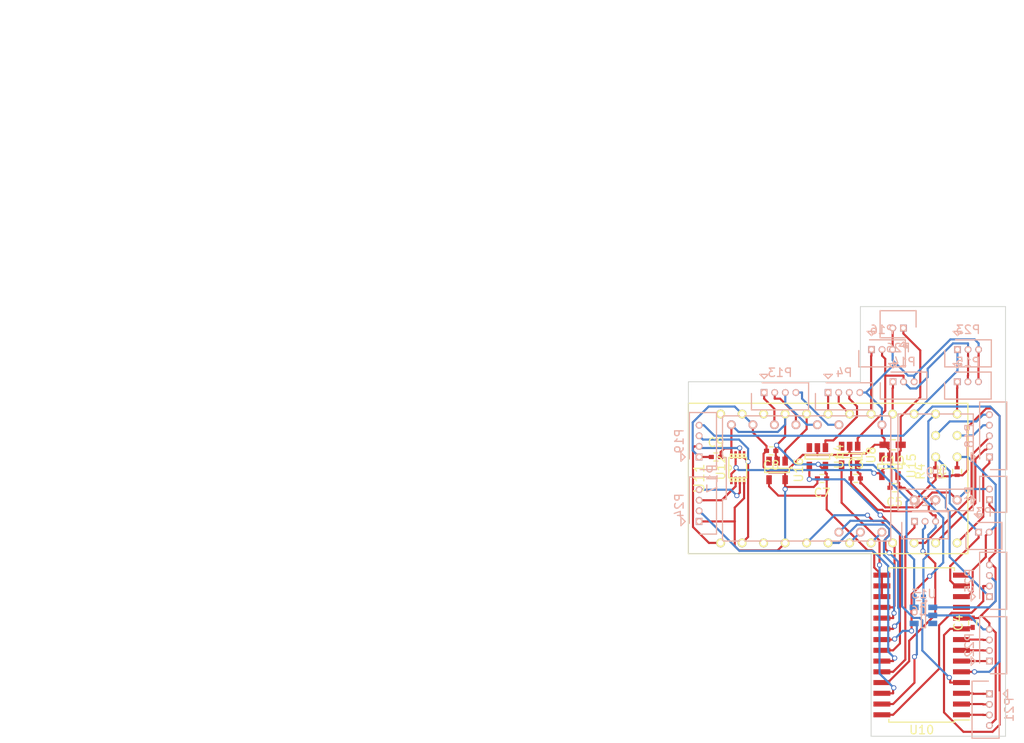
<source format=kicad_pcb>
(kicad_pcb (version 4) (host pcbnew 4.0.2-stable)

  (general
    (links 115)
    (no_connects 3)
    (area 130.759999 85.039999 168.325001 135.940001)
    (thickness 1.6)
    (drawings 16)
    (tracks 537)
    (zones 0)
    (modules 36)
    (nets 52)
  )

  (page A4)
  (layers
    (0 F.Cu signal)
    (31 B.Cu signal)
    (32 B.Adhes user)
    (33 F.Adhes user)
    (34 B.Paste user)
    (35 F.Paste user)
    (36 B.SilkS user)
    (37 F.SilkS user)
    (38 B.Mask user)
    (39 F.Mask user)
    (40 Dwgs.User user)
    (41 Cmts.User user)
    (42 Eco1.User user)
    (43 Eco2.User user)
    (44 Edge.Cuts user)
    (45 Margin user)
    (46 B.CrtYd user)
    (47 F.CrtYd user)
    (48 B.Fab user)
    (49 F.Fab user)
  )

  (setup
    (last_trace_width 0.25)
    (trace_clearance 0.2)
    (zone_clearance 0.508)
    (zone_45_only no)
    (trace_min 0.2)
    (segment_width 0.2)
    (edge_width 0.15)
    (via_size 0.6)
    (via_drill 0.4)
    (via_min_size 0.4)
    (via_min_drill 0.3)
    (uvia_size 0.3)
    (uvia_drill 0.1)
    (uvias_allowed no)
    (uvia_min_size 0.2)
    (uvia_min_drill 0.1)
    (pcb_text_width 0.3)
    (pcb_text_size 1.5 1.5)
    (mod_edge_width 0.15)
    (mod_text_size 1 1)
    (mod_text_width 0.15)
    (pad_size 1.524 1.524)
    (pad_drill 0.762)
    (pad_to_mask_clearance 0.2)
    (aux_axis_origin 146.685 120.65)
    (grid_origin 168.91 83.82)
    (visible_elements 7FFEFF7F)
    (pcbplotparams
      (layerselection 0x00800_00000000)
      (usegerberextensions false)
      (excludeedgelayer true)
      (linewidth 0.100000)
      (plotframeref false)
      (viasonmask false)
      (mode 1)
      (useauxorigin true)
      (hpglpennumber 1)
      (hpglpenspeed 20)
      (hpglpendiameter 15)
      (hpglpenoverlay 2)
      (psnegative false)
      (psa4output false)
      (plotreference true)
      (plotvalue true)
      (plotinvisibletext false)
      (padsonsilk false)
      (subtractmaskfromsilk false)
      (outputformat 1)
      (mirror false)
      (drillshape 0)
      (scaleselection 1)
      (outputdirectory gerber/))
  )

  (net 0 "")
  (net 1 GND)
  (net 2 VCC)
  (net 3 /SRV_CAM)
  (net 4 /SRV_BRAKE)
  (net 5 /SRV_LOCK)
  (net 6 /STEP)
  (net 7 /STEP_DIR)
  (net 8 /TXD)
  (net 9 /RXD)
  (net 10 /SRV_FOOT)
  (net 11 /FRAME_STOP)
  (net 12 /FAN_PWM)
  (net 13 /FAN_TACHO)
  (net 14 /SRV_EN)
  (net 15 /~IO_RST)
  (net 16 /INTB)
  (net 17 /INTA)
  (net 18 /EP_EN)
  (net 19 /TMP)
  (net 20 /FAN_EN)
  (net 21 /BAT_CTL)
  (net 22 /BAT1_VOUT)
  (net 23 /BAT2_VOUT)
  (net 24 /VIN)
  (net 25 /EP_VOUT)
  (net 26 /STEP_B2)
  (net 27 /STEP_B1)
  (net 28 /STEP_A1)
  (net 29 /STEP_A2)
  (net 30 /SRV_VOUT)
  (net 31 /BTN21)
  (net 32 /BTN22)
  (net 33 /BTN23)
  (net 34 /BTN11)
  (net 35 /BTN12)
  (net 36 /BTN13)
  (net 37 /EP_RXD)
  (net 38 /EP_TXD)
  (net 39 /FAN_VOUT)
  (net 40 /SDA)
  (net 41 /SCL)
  (net 42 /~STEP_SLP)
  (net 43 /STEP_STOP1)
  (net 44 /STEP_STOP2)
  (net 45 /BAT1_STAT)
  (net 46 /BAT2_STAT)
  (net 47 /LED_CLK)
  (net 48 /LED_DAT)
  (net 49 /LED_VOUT)
  (net 50 /LED_EN)
  (net 51 /HOST_INT)

  (net_class Default "This is the default net class."
    (clearance 0.2)
    (trace_width 0.25)
    (via_dia 0.6)
    (via_drill 0.4)
    (uvia_dia 0.3)
    (uvia_drill 0.1)
    (add_net /BAT1_STAT)
    (add_net /BAT1_VOUT)
    (add_net /BAT2_STAT)
    (add_net /BAT2_VOUT)
    (add_net /BAT_CTL)
    (add_net /BTN11)
    (add_net /BTN12)
    (add_net /BTN13)
    (add_net /BTN21)
    (add_net /BTN22)
    (add_net /BTN23)
    (add_net /EP_EN)
    (add_net /EP_RXD)
    (add_net /EP_TXD)
    (add_net /EP_VOUT)
    (add_net /FAN_EN)
    (add_net /FAN_PWM)
    (add_net /FAN_TACHO)
    (add_net /FAN_VOUT)
    (add_net /FRAME_STOP)
    (add_net /HOST_INT)
    (add_net /INTA)
    (add_net /INTB)
    (add_net /LED_CLK)
    (add_net /LED_DAT)
    (add_net /LED_EN)
    (add_net /LED_VOUT)
    (add_net /RXD)
    (add_net /SCL)
    (add_net /SDA)
    (add_net /SRV_BRAKE)
    (add_net /SRV_CAM)
    (add_net /SRV_EN)
    (add_net /SRV_FOOT)
    (add_net /SRV_LOCK)
    (add_net /SRV_VOUT)
    (add_net /STEP)
    (add_net /STEP_A1)
    (add_net /STEP_A2)
    (add_net /STEP_B1)
    (add_net /STEP_B2)
    (add_net /STEP_DIR)
    (add_net /STEP_STOP1)
    (add_net /STEP_STOP2)
    (add_net /TMP)
    (add_net /TXD)
    (add_net /VIN)
    (add_net /~IO_RST)
    (add_net /~STEP_SLP)
    (add_net GND)
    (add_net VCC)
  )

  (module body:PRO_MINI (layer F.Cu) (tedit 57BBF338) (tstamp 57BBE9FD)
    (at 147.32 105.41)
    (path /57B910E8)
    (fp_text reference U11 (at -15.24 0 90) (layer F.SilkS)
      (effects (font (size 1.2 1.2) (thickness 0.15)))
    )
    (fp_text value ProMini (at 1.27 0) (layer F.Fab)
      (effects (font (size 1.2 1.2) (thickness 0.15)))
    )
    (fp_line (start -16.51 8.89) (end 16.51 8.89) (layer F.SilkS) (width 0.15))
    (fp_line (start 16.51 8.89) (end 16.51 -8.89) (layer F.SilkS) (width 0.15))
    (fp_line (start 16.51 -8.89) (end -16.51 -8.89) (layer F.SilkS) (width 0.15))
    (fp_line (start -16.51 -8.89) (end -16.51 8.89) (layer F.SilkS) (width 0.15))
    (pad 24 thru_hole circle (at -12.7 -7.62) (size 1.05 1.05) (drill 0.65) (layers *.Cu *.Mask F.SilkS))
    (pad 1 thru_hole circle (at -12.7 7.62) (size 1.05 1.05) (drill 0.65) (layers *.Cu *.Mask F.SilkS)
      (net 8 /TXD))
    (pad 23 thru_hole circle (at -10.16 -7.62) (size 1.05 1.05) (drill 0.65) (layers *.Cu *.Mask F.SilkS)
      (net 1 GND))
    (pad 2 thru_hole circle (at -10.16 7.62) (size 1.05 1.05) (drill 0.65) (layers *.Cu *.Mask F.SilkS)
      (net 9 /RXD))
    (pad 22 thru_hole circle (at -7.62 -7.62) (size 1.05 1.05) (drill 0.65) (layers *.Cu *.Mask F.SilkS))
    (pad 3 thru_hole circle (at -7.62 7.62) (size 1.05 1.05) (drill 0.65) (layers *.Cu *.Mask F.SilkS))
    (pad 21 thru_hole circle (at -5.08 -7.62) (size 1.05 1.05) (drill 0.65) (layers *.Cu *.Mask F.SilkS)
      (net 2 VCC))
    (pad 4 thru_hole circle (at -5.08 7.62) (size 1.05 1.05) (drill 0.65) (layers *.Cu *.Mask F.SilkS)
      (net 1 GND))
    (pad 20 thru_hole circle (at -2.54 -7.62) (size 1.05 1.05) (drill 0.65) (layers *.Cu *.Mask F.SilkS)
      (net 19 /TMP))
    (pad 5 thru_hole circle (at -2.54 7.62) (size 1.05 1.05) (drill 0.65) (layers *.Cu *.Mask F.SilkS)
      (net 17 /INTA))
    (pad 19 thru_hole circle (at 0 -7.62) (size 1.05 1.05) (drill 0.65) (layers *.Cu *.Mask F.SilkS)
      (net 47 /LED_CLK))
    (pad 6 thru_hole circle (at 0 7.62) (size 1.05 1.05) (drill 0.65) (layers *.Cu *.Mask F.SilkS)
      (net 16 /INTB))
    (pad 18 thru_hole circle (at 2.54 -7.62) (size 1.05 1.05) (drill 0.65) (layers *.Cu *.Mask F.SilkS)
      (net 48 /LED_DAT))
    (pad 7 thru_hole circle (at 2.54 7.62) (size 1.05 1.05) (drill 0.65) (layers *.Cu *.Mask F.SilkS)
      (net 6 /STEP))
    (pad 17 thru_hole circle (at 5.08 -7.62) (size 1.05 1.05) (drill 0.65) (layers *.Cu *.Mask F.SilkS)
      (net 5 /SRV_LOCK))
    (pad 8 thru_hole circle (at 5.08 7.62) (size 1.05 1.05) (drill 0.65) (layers *.Cu *.Mask F.SilkS)
      (net 7 /STEP_DIR))
    (pad 16 thru_hole circle (at 7.62 -7.62) (size 1.05 1.05) (drill 0.65) (layers *.Cu *.Mask F.SilkS)
      (net 3 /SRV_CAM))
    (pad 9 thru_hole circle (at 7.62 7.62) (size 1.05 1.05) (drill 0.65) (layers *.Cu *.Mask F.SilkS)
      (net 15 /~IO_RST))
    (pad 15 thru_hole circle (at 10.16 -7.62) (size 1.05 1.05) (drill 0.65) (layers *.Cu *.Mask F.SilkS)
      (net 10 /SRV_FOOT))
    (pad 10 thru_hole circle (at 10.16 7.62) (size 1.05 1.05) (drill 0.65) (layers *.Cu *.Mask F.SilkS)
      (net 46 /BAT2_STAT))
    (pad 14 thru_hole circle (at 12.7 -7.62) (size 1.05 1.05) (drill 0.65) (layers *.Cu *.Mask F.SilkS)
      (net 12 /FAN_PWM))
    (pad 11 thru_hole circle (at 12.7 7.62) (size 1.05 1.05) (drill 0.65) (layers *.Cu *.Mask F.SilkS)
      (net 45 /BAT1_STAT))
    (pad 13 thru_hole circle (at 15.24 -7.62) (size 1.05 1.05) (drill 0.65) (layers *.Cu *.Mask F.SilkS)
      (net 4 /SRV_BRAKE))
    (pad 12 thru_hole circle (at 15.24 7.62) (size 1.05 1.05) (drill 0.65) (layers *.Cu *.Mask F.SilkS)
      (net 21 /BAT_CTL))
    (pad 32 thru_hole circle (at 12.7 -5.08) (size 1.05 1.05) (drill 0.65) (layers *.Cu *.Mask F.SilkS)
      (net 23 /BAT2_VOUT))
    (pad 31 thru_hole circle (at 15.24 -5.08) (size 1.05 1.05) (drill 0.65) (layers *.Cu *.Mask F.SilkS)
      (net 22 /BAT1_VOUT))
    (pad 39 thru_hole circle (at 12.7 -2.54) (size 1.05 1.05) (drill 0.65) (layers *.Cu *.Mask F.SilkS)
      (net 40 /SDA))
    (pad 40 thru_hole circle (at 15.24 -2.54) (size 1.05 1.05) (drill 0.65) (layers *.Cu *.Mask F.SilkS)
      (net 41 /SCL))
  )

  (module Capacitors_SMD:C_0402 (layer F.Cu) (tedit 5415D599) (tstamp 57BB480E)
    (at 150.58 105.41)
    (descr "Capacitor SMD 0402, reflow soldering, AVX (see smccp.pdf)")
    (tags "capacitor 0402")
    (path /57BB7598)
    (attr smd)
    (fp_text reference C3 (at 0 -1.7) (layer F.SilkS)
      (effects (font (size 1 1) (thickness 0.15)))
    )
    (fp_text value 1uF (at 0 1.7) (layer F.Fab)
      (effects (font (size 1 1) (thickness 0.15)))
    )
    (fp_line (start -1.15 -0.6) (end 1.15 -0.6) (layer F.CrtYd) (width 0.05))
    (fp_line (start -1.15 0.6) (end 1.15 0.6) (layer F.CrtYd) (width 0.05))
    (fp_line (start -1.15 -0.6) (end -1.15 0.6) (layer F.CrtYd) (width 0.05))
    (fp_line (start 1.15 -0.6) (end 1.15 0.6) (layer F.CrtYd) (width 0.05))
    (fp_line (start 0.25 -0.475) (end -0.25 -0.475) (layer F.SilkS) (width 0.15))
    (fp_line (start -0.25 0.475) (end 0.25 0.475) (layer F.SilkS) (width 0.15))
    (pad 1 smd rect (at -0.55 0) (size 0.6 0.5) (layers F.Cu F.Paste F.Mask)
      (net 1 GND))
    (pad 2 smd rect (at 0.55 0) (size 0.6 0.5) (layers F.Cu F.Paste F.Mask)
      (net 24 /VIN))
    (model Capacitors_SMD.3dshapes/C_0402.wrl
      (at (xyz 0 0 0))
      (scale (xyz 1 1 1))
      (rotate (xyz 0 0 0))
    )
  )

  (module Capacitors_SMD:C_0402 (layer F.Cu) (tedit 5415D599) (tstamp 57BB481A)
    (at 164.395 122.47 90)
    (descr "Capacitor SMD 0402, reflow soldering, AVX (see smccp.pdf)")
    (tags "capacitor 0402")
    (path /57BAE949)
    (attr smd)
    (fp_text reference C4 (at 0 -1.7 90) (layer F.SilkS)
      (effects (font (size 1 1) (thickness 0.15)))
    )
    (fp_text value 0.1uF (at 0 1.7 90) (layer F.Fab)
      (effects (font (size 1 1) (thickness 0.15)))
    )
    (fp_line (start -1.15 -0.6) (end 1.15 -0.6) (layer F.CrtYd) (width 0.05))
    (fp_line (start -1.15 0.6) (end 1.15 0.6) (layer F.CrtYd) (width 0.05))
    (fp_line (start -1.15 -0.6) (end -1.15 0.6) (layer F.CrtYd) (width 0.05))
    (fp_line (start 1.15 -0.6) (end 1.15 0.6) (layer F.CrtYd) (width 0.05))
    (fp_line (start 0.25 -0.475) (end -0.25 -0.475) (layer F.SilkS) (width 0.15))
    (fp_line (start -0.25 0.475) (end 0.25 0.475) (layer F.SilkS) (width 0.15))
    (pad 1 smd rect (at -0.55 0 90) (size 0.6 0.5) (layers F.Cu F.Paste F.Mask)
      (net 2 VCC))
    (pad 2 smd rect (at 0.55 0 90) (size 0.6 0.5) (layers F.Cu F.Paste F.Mask)
      (net 1 GND))
    (model Capacitors_SMD.3dshapes/C_0402.wrl
      (at (xyz 0 0 0))
      (scale (xyz 1 1 1))
      (rotate (xyz 0 0 0))
    )
  )

  (module Capacitors_SMD:C_0402 (layer F.Cu) (tedit 5415D599) (tstamp 57BB4826)
    (at 155.17 106.51 180)
    (descr "Capacitor SMD 0402, reflow soldering, AVX (see smccp.pdf)")
    (tags "capacitor 0402")
    (path /57BB6CD9)
    (attr smd)
    (fp_text reference C5 (at 0 -1.7 180) (layer F.SilkS)
      (effects (font (size 1 1) (thickness 0.15)))
    )
    (fp_text value 1uF (at 0 1.7 180) (layer F.Fab)
      (effects (font (size 1 1) (thickness 0.15)))
    )
    (fp_line (start -1.15 -0.6) (end 1.15 -0.6) (layer F.CrtYd) (width 0.05))
    (fp_line (start -1.15 0.6) (end 1.15 0.6) (layer F.CrtYd) (width 0.05))
    (fp_line (start -1.15 -0.6) (end -1.15 0.6) (layer F.CrtYd) (width 0.05))
    (fp_line (start 1.15 -0.6) (end 1.15 0.6) (layer F.CrtYd) (width 0.05))
    (fp_line (start 0.25 -0.475) (end -0.25 -0.475) (layer F.SilkS) (width 0.15))
    (fp_line (start -0.25 0.475) (end 0.25 0.475) (layer F.SilkS) (width 0.15))
    (pad 1 smd rect (at -0.55 0 180) (size 0.6 0.5) (layers F.Cu F.Paste F.Mask)
      (net 2 VCC))
    (pad 2 smd rect (at 0.55 0 180) (size 0.6 0.5) (layers F.Cu F.Paste F.Mask)
      (net 1 GND))
    (model Capacitors_SMD.3dshapes/C_0402.wrl
      (at (xyz 0 0 0))
      (scale (xyz 1 1 1))
      (rotate (xyz 0 0 0))
    )
  )

  (module Capacitors_SMD:C_0402 (layer B.Cu) (tedit 5415D599) (tstamp 57BB4832)
    (at 158.03 119.38)
    (descr "Capacitor SMD 0402, reflow soldering, AVX (see smccp.pdf)")
    (tags "capacitor 0402")
    (path /57BB8473)
    (attr smd)
    (fp_text reference C6 (at 0 1.7) (layer B.SilkS)
      (effects (font (size 1 1) (thickness 0.15)) (justify mirror))
    )
    (fp_text value 1uF (at 0 -1.7) (layer B.Fab)
      (effects (font (size 1 1) (thickness 0.15)) (justify mirror))
    )
    (fp_line (start -1.15 0.6) (end 1.15 0.6) (layer B.CrtYd) (width 0.05))
    (fp_line (start -1.15 -0.6) (end 1.15 -0.6) (layer B.CrtYd) (width 0.05))
    (fp_line (start -1.15 0.6) (end -1.15 -0.6) (layer B.CrtYd) (width 0.05))
    (fp_line (start 1.15 0.6) (end 1.15 -0.6) (layer B.CrtYd) (width 0.05))
    (fp_line (start 0.25 0.475) (end -0.25 0.475) (layer B.SilkS) (width 0.15))
    (fp_line (start -0.25 -0.475) (end 0.25 -0.475) (layer B.SilkS) (width 0.15))
    (pad 1 smd rect (at -0.55 0) (size 0.6 0.5) (layers B.Cu B.Paste B.Mask)
      (net 2 VCC))
    (pad 2 smd rect (at 0.55 0) (size 0.6 0.5) (layers B.Cu B.Paste B.Mask)
      (net 1 GND))
    (model Capacitors_SMD.3dshapes/C_0402.wrl
      (at (xyz 0 0 0))
      (scale (xyz 1 1 1))
      (rotate (xyz 0 0 0))
    )
  )

  (module Capacitors_SMD:C_0402 (layer F.Cu) (tedit 5415D599) (tstamp 57BB483E)
    (at 146.6 105.41 180)
    (descr "Capacitor SMD 0402, reflow soldering, AVX (see smccp.pdf)")
    (tags "capacitor 0402")
    (path /57BB66E2)
    (attr smd)
    (fp_text reference C7 (at 0 -1.7 180) (layer F.SilkS)
      (effects (font (size 1 1) (thickness 0.15)))
    )
    (fp_text value 1uF (at 0 1.7 180) (layer F.Fab)
      (effects (font (size 1 1) (thickness 0.15)))
    )
    (fp_line (start -1.15 -0.6) (end 1.15 -0.6) (layer F.CrtYd) (width 0.05))
    (fp_line (start -1.15 0.6) (end 1.15 0.6) (layer F.CrtYd) (width 0.05))
    (fp_line (start -1.15 -0.6) (end -1.15 0.6) (layer F.CrtYd) (width 0.05))
    (fp_line (start 1.15 -0.6) (end 1.15 0.6) (layer F.CrtYd) (width 0.05))
    (fp_line (start 0.25 -0.475) (end -0.25 -0.475) (layer F.SilkS) (width 0.15))
    (fp_line (start -0.25 0.475) (end 0.25 0.475) (layer F.SilkS) (width 0.15))
    (pad 1 smd rect (at -0.55 0 180) (size 0.6 0.5) (layers F.Cu F.Paste F.Mask)
      (net 2 VCC))
    (pad 2 smd rect (at 0.55 0 180) (size 0.6 0.5) (layers F.Cu F.Paste F.Mask)
      (net 1 GND))
    (model Capacitors_SMD.3dshapes/C_0402.wrl
      (at (xyz 0 0 0))
      (scale (xyz 1 1 1))
      (rotate (xyz 0 0 0))
    )
  )

  (module Connectors_Molex:Molex_PicoBlade_53047-0410 (layer B.Cu) (tedit 0) (tstamp 57BB493A)
    (at 139.76 95.25)
    (descr "Molex PicoBlade 1.25mm shrouded header. Vertical. 4 ways")
    (tags "connector PicoBlade header")
    (path /57B9D250)
    (fp_text reference P13 (at 1.875 -2.35) (layer B.SilkS)
      (effects (font (size 1 1) (thickness 0.15)) (justify mirror))
    )
    (fp_text value CON_STEP (at 1.875 3.25) (layer B.Fab)
      (effects (font (size 1 1) (thickness 0.15)) (justify mirror))
    )
    (fp_line (start -1.5 0.12) (end -1.5 2.05) (layer B.SilkS) (width 0.15))
    (fp_line (start -1.5 2.05) (end 5.25 2.05) (layer B.SilkS) (width 0.15))
    (fp_line (start 5.25 2.05) (end 5.25 -1.15) (layer B.SilkS) (width 0.15))
    (fp_line (start 5.25 -1.15) (end -0.23 -1.15) (layer B.SilkS) (width 0.15))
    (fp_line (start 0 -1.65) (end 0.5 -2.15) (layer B.SilkS) (width 0.15))
    (fp_line (start 0.5 -2.15) (end -0.5 -2.15) (layer B.SilkS) (width 0.15))
    (fp_line (start -0.5 -2.15) (end 0 -1.65) (layer B.SilkS) (width 0.15))
    (fp_line (start -0.23 -1.15) (end -1.5 0.12) (layer B.Fab) (width 0.2))
    (fp_line (start -1.5 0.12) (end -1.5 2.05) (layer B.Fab) (width 0.2))
    (fp_line (start -1.5 2.05) (end 5.25 2.05) (layer B.Fab) (width 0.2))
    (fp_line (start 5.25 2.05) (end 5.25 -1.15) (layer B.Fab) (width 0.2))
    (fp_line (start 5.25 -1.15) (end -0.23 -1.15) (layer B.Fab) (width 0.2))
    (pad 1 thru_hole rect (at 0 0) (size 0.8 0.8) (drill 0.5) (layers *.Cu *.Mask B.SilkS)
      (net 26 /STEP_B2))
    (pad 2 thru_hole oval (at 1.25 0) (size 0.8 0.8) (drill 0.5) (layers *.Cu *.Mask B.SilkS)
      (net 27 /STEP_B1))
    (pad 3 thru_hole oval (at 2.5 0) (size 0.8 0.8) (drill 0.5) (layers *.Cu *.Mask B.SilkS)
      (net 28 /STEP_A1))
    (pad 4 thru_hole oval (at 3.75 0) (size 0.8 0.8) (drill 0.5) (layers *.Cu *.Mask B.SilkS)
      (net 29 /STEP_A2))
    (model Connectors_Molex.3dshapes/Molex_PicoBlade_53047-0410.wrl
      (at (xyz 0 0 0))
      (scale (xyz 1 1 1))
      (rotate (xyz 0 0 0))
    )
  )

  (module TO_SOT_Packages_SMD:SOT-23-5 (layer F.Cu) (tedit 55360473) (tstamp 57BB4A52)
    (at 149.86 102.7 270)
    (descr "5-pin SOT23 package")
    (tags SOT-23-5)
    (path /57B9395B)
    (attr smd)
    (fp_text reference U8 (at -0.05 -2.55 270) (layer F.SilkS)
      (effects (font (size 1 1) (thickness 0.15)))
    )
    (fp_text value SRV_SWITCH (at -0.05 2.35 270) (layer F.Fab)
      (effects (font (size 1 1) (thickness 0.15)))
    )
    (fp_line (start -1.8 -1.6) (end 1.8 -1.6) (layer F.CrtYd) (width 0.05))
    (fp_line (start 1.8 -1.6) (end 1.8 1.6) (layer F.CrtYd) (width 0.05))
    (fp_line (start 1.8 1.6) (end -1.8 1.6) (layer F.CrtYd) (width 0.05))
    (fp_line (start -1.8 1.6) (end -1.8 -1.6) (layer F.CrtYd) (width 0.05))
    (fp_circle (center -0.3 -1.7) (end -0.2 -1.7) (layer F.SilkS) (width 0.15))
    (fp_line (start 0.25 -1.45) (end -0.25 -1.45) (layer F.SilkS) (width 0.15))
    (fp_line (start 0.25 1.45) (end 0.25 -1.45) (layer F.SilkS) (width 0.15))
    (fp_line (start -0.25 1.45) (end 0.25 1.45) (layer F.SilkS) (width 0.15))
    (fp_line (start -0.25 -1.45) (end -0.25 1.45) (layer F.SilkS) (width 0.15))
    (pad 1 smd rect (at -1.1 -0.95 270) (size 1.06 0.65) (layers F.Cu F.Paste F.Mask)
      (net 30 /SRV_VOUT))
    (pad 2 smd rect (at -1.1 0 270) (size 1.06 0.65) (layers F.Cu F.Paste F.Mask)
      (net 1 GND))
    (pad 3 smd rect (at -1.1 0.95 270) (size 1.06 0.65) (layers F.Cu F.Paste F.Mask))
    (pad 4 smd rect (at 1.1 0.95 270) (size 1.06 0.65) (layers F.Cu F.Paste F.Mask)
      (net 14 /SRV_EN))
    (pad 5 smd rect (at 1.1 -0.95 270) (size 1.06 0.65) (layers F.Cu F.Paste F.Mask)
      (net 24 /VIN))
    (model TO_SOT_Packages_SMD.3dshapes/SOT-23-5.wrl
      (at (xyz 0 0 0))
      (scale (xyz 1 1 1))
      (rotate (xyz 0 0 0))
    )
  )

  (module Capacitors_SMD:C_0402 (layer F.Cu) (tedit 5415D599) (tstamp 57BBE84E)
    (at 140.59 102.15 180)
    (descr "Capacitor SMD 0402, reflow soldering, AVX (see smccp.pdf)")
    (tags "capacitor 0402")
    (path /57BA9948)
    (attr smd)
    (fp_text reference C8 (at 0 -1.7 180) (layer F.SilkS)
      (effects (font (size 1 1) (thickness 0.15)))
    )
    (fp_text value 0.1uF (at 0 1.7 180) (layer F.Fab)
      (effects (font (size 1 1) (thickness 0.15)))
    )
    (fp_line (start -1.15 -0.6) (end 1.15 -0.6) (layer F.CrtYd) (width 0.05))
    (fp_line (start -1.15 0.6) (end 1.15 0.6) (layer F.CrtYd) (width 0.05))
    (fp_line (start -1.15 -0.6) (end -1.15 0.6) (layer F.CrtYd) (width 0.05))
    (fp_line (start 1.15 -0.6) (end 1.15 0.6) (layer F.CrtYd) (width 0.05))
    (fp_line (start 0.25 -0.475) (end -0.25 -0.475) (layer F.SilkS) (width 0.15))
    (fp_line (start -0.25 0.475) (end 0.25 0.475) (layer F.SilkS) (width 0.15))
    (pad 1 smd rect (at -0.55 0 180) (size 0.6 0.5) (layers F.Cu F.Paste F.Mask)
      (net 2 VCC))
    (pad 2 smd rect (at 0.55 0 180) (size 0.6 0.5) (layers F.Cu F.Paste F.Mask)
      (net 1 GND))
    (model Capacitors_SMD.3dshapes/C_0402.wrl
      (at (xyz 0 0 0))
      (scale (xyz 1 1 1))
      (rotate (xyz 0 0 0))
    )
  )

  (module Capacitors_SMD:C_0402 (layer F.Cu) (tedit 5415D599) (tstamp 57BBE864)
    (at 134.07 102.87)
    (descr "Capacitor SMD 0402, reflow soldering, AVX (see smccp.pdf)")
    (tags "capacitor 0402")
    (path /57B99026)
    (attr smd)
    (fp_text reference C9 (at 0 -1.7) (layer F.SilkS)
      (effects (font (size 1 1) (thickness 0.15)))
    )
    (fp_text value 0.1uF (at 0 1.7) (layer F.Fab)
      (effects (font (size 1 1) (thickness 0.15)))
    )
    (fp_line (start -1.15 -0.6) (end 1.15 -0.6) (layer F.CrtYd) (width 0.05))
    (fp_line (start -1.15 0.6) (end 1.15 0.6) (layer F.CrtYd) (width 0.05))
    (fp_line (start -1.15 -0.6) (end -1.15 0.6) (layer F.CrtYd) (width 0.05))
    (fp_line (start 1.15 -0.6) (end 1.15 0.6) (layer F.CrtYd) (width 0.05))
    (fp_line (start 0.25 -0.475) (end -0.25 -0.475) (layer F.SilkS) (width 0.15))
    (fp_line (start -0.25 0.475) (end 0.25 0.475) (layer F.SilkS) (width 0.15))
    (pad 1 smd rect (at -0.55 0) (size 0.6 0.5) (layers F.Cu F.Paste F.Mask)
      (net 1 GND))
    (pad 2 smd rect (at 0.55 0) (size 0.6 0.5) (layers F.Cu F.Paste F.Mask)
      (net 2 VCC))
    (model Capacitors_SMD.3dshapes/C_0402.wrl
      (at (xyz 0 0 0))
      (scale (xyz 1 1 1))
      (rotate (xyz 0 0 0))
    )
  )

  (module Capacitors_SMD:C_0603_HandSoldering (layer F.Cu) (tedit 541A9B4D) (tstamp 57BBE870)
    (at 154.94 101.43 180)
    (descr "Capacitor SMD 0603, hand soldering")
    (tags "capacitor 0603")
    (path /57BBD423)
    (attr smd)
    (fp_text reference C10 (at 0 -1.9 180) (layer F.SilkS)
      (effects (font (size 1 1) (thickness 0.15)))
    )
    (fp_text value 10uF (at 0 1.9 180) (layer F.Fab)
      (effects (font (size 1 1) (thickness 0.15)))
    )
    (fp_line (start -1.85 -0.75) (end 1.85 -0.75) (layer F.CrtYd) (width 0.05))
    (fp_line (start -1.85 0.75) (end 1.85 0.75) (layer F.CrtYd) (width 0.05))
    (fp_line (start -1.85 -0.75) (end -1.85 0.75) (layer F.CrtYd) (width 0.05))
    (fp_line (start 1.85 -0.75) (end 1.85 0.75) (layer F.CrtYd) (width 0.05))
    (fp_line (start -0.35 -0.6) (end 0.35 -0.6) (layer F.SilkS) (width 0.15))
    (fp_line (start 0.35 0.6) (end -0.35 0.6) (layer F.SilkS) (width 0.15))
    (pad 1 smd rect (at -0.95 0 180) (size 1.2 0.75) (layers F.Cu F.Paste F.Mask)
      (net 25 /EP_VOUT))
    (pad 2 smd rect (at 0.95 0 180) (size 1.2 0.75) (layers F.Cu F.Paste F.Mask)
      (net 1 GND))
    (model Capacitors_SMD.3dshapes/C_0603_HandSoldering.wrl
      (at (xyz 0 0 0))
      (scale (xyz 1 1 1))
      (rotate (xyz 0 0 0))
    )
  )

  (module Connectors_Molex:Molex_PicoBlade_53047-0310 (layer B.Cu) (tedit 0) (tstamp 57BBE882)
    (at 154.98 93.98)
    (descr "Molex PicoBlade 1.25mm shrouded header. Vertical. 3 ways")
    (tags "connector PicoBlade header")
    (path /57B937C0)
    (fp_text reference P14 (at 1.25 -2.35) (layer B.SilkS)
      (effects (font (size 1 1) (thickness 0.15)) (justify mirror))
    )
    (fp_text value CON_SRV_CAM (at 1.25 3.25) (layer B.Fab)
      (effects (font (size 1 1) (thickness 0.15)) (justify mirror))
    )
    (fp_line (start -1.5 0.12) (end -1.5 2.05) (layer B.SilkS) (width 0.15))
    (fp_line (start -1.5 2.05) (end 4 2.05) (layer B.SilkS) (width 0.15))
    (fp_line (start 4 2.05) (end 4 -1.15) (layer B.SilkS) (width 0.15))
    (fp_line (start 4 -1.15) (end -0.23 -1.15) (layer B.SilkS) (width 0.15))
    (fp_line (start 0 -1.65) (end 0.5 -2.15) (layer B.SilkS) (width 0.15))
    (fp_line (start 0.5 -2.15) (end -0.5 -2.15) (layer B.SilkS) (width 0.15))
    (fp_line (start -0.5 -2.15) (end 0 -1.65) (layer B.SilkS) (width 0.15))
    (fp_line (start -0.23 -1.15) (end -1.5 0.12) (layer B.Fab) (width 0.2))
    (fp_line (start -1.5 0.12) (end -1.5 2.05) (layer B.Fab) (width 0.2))
    (fp_line (start -1.5 2.05) (end 4 2.05) (layer B.Fab) (width 0.2))
    (fp_line (start 4 2.05) (end 4 -1.15) (layer B.Fab) (width 0.2))
    (fp_line (start 4 -1.15) (end -0.23 -1.15) (layer B.Fab) (width 0.2))
    (pad 1 thru_hole rect (at 0 0) (size 0.8 0.8) (drill 0.5) (layers *.Cu *.Mask B.SilkS)
      (net 3 /SRV_CAM))
    (pad 2 thru_hole oval (at 1.25 0) (size 0.8 0.8) (drill 0.5) (layers *.Cu *.Mask B.SilkS)
      (net 30 /SRV_VOUT))
    (pad 3 thru_hole oval (at 2.5 0) (size 0.8 0.8) (drill 0.5) (layers *.Cu *.Mask B.SilkS)
      (net 1 GND))
    (model Connectors_Molex.3dshapes/Molex_PicoBlade_53047-0310.wrl
      (at (xyz 0 0 0))
      (scale (xyz 1 1 1))
      (rotate (xyz 0 0 0))
    )
  )

  (module Connectors_Molex:Molex_PicoBlade_53047-0310 (layer B.Cu) (tedit 0) (tstamp 57BBE894)
    (at 162.58 93.98)
    (descr "Molex PicoBlade 1.25mm shrouded header. Vertical. 3 ways")
    (tags "connector PicoBlade header")
    (path /57B94308)
    (fp_text reference P15 (at 1.25 -2.35) (layer B.SilkS)
      (effects (font (size 1 1) (thickness 0.15)) (justify mirror))
    )
    (fp_text value CON_SRV_BRAKE (at 1.25 3.25) (layer B.Fab)
      (effects (font (size 1 1) (thickness 0.15)) (justify mirror))
    )
    (fp_line (start -1.5 0.12) (end -1.5 2.05) (layer B.SilkS) (width 0.15))
    (fp_line (start -1.5 2.05) (end 4 2.05) (layer B.SilkS) (width 0.15))
    (fp_line (start 4 2.05) (end 4 -1.15) (layer B.SilkS) (width 0.15))
    (fp_line (start 4 -1.15) (end -0.23 -1.15) (layer B.SilkS) (width 0.15))
    (fp_line (start 0 -1.65) (end 0.5 -2.15) (layer B.SilkS) (width 0.15))
    (fp_line (start 0.5 -2.15) (end -0.5 -2.15) (layer B.SilkS) (width 0.15))
    (fp_line (start -0.5 -2.15) (end 0 -1.65) (layer B.SilkS) (width 0.15))
    (fp_line (start -0.23 -1.15) (end -1.5 0.12) (layer B.Fab) (width 0.2))
    (fp_line (start -1.5 0.12) (end -1.5 2.05) (layer B.Fab) (width 0.2))
    (fp_line (start -1.5 2.05) (end 4 2.05) (layer B.Fab) (width 0.2))
    (fp_line (start 4 2.05) (end 4 -1.15) (layer B.Fab) (width 0.2))
    (fp_line (start 4 -1.15) (end -0.23 -1.15) (layer B.Fab) (width 0.2))
    (pad 1 thru_hole rect (at 0 0) (size 0.8 0.8) (drill 0.5) (layers *.Cu *.Mask B.SilkS)
      (net 4 /SRV_BRAKE))
    (pad 2 thru_hole oval (at 1.25 0) (size 0.8 0.8) (drill 0.5) (layers *.Cu *.Mask B.SilkS)
      (net 30 /SRV_VOUT))
    (pad 3 thru_hole oval (at 2.5 0) (size 0.8 0.8) (drill 0.5) (layers *.Cu *.Mask B.SilkS)
      (net 1 GND))
    (model Connectors_Molex.3dshapes/Molex_PicoBlade_53047-0310.wrl
      (at (xyz 0 0 0))
      (scale (xyz 1 1 1))
      (rotate (xyz 0 0 0))
    )
  )

  (module Connectors_Molex:Molex_PicoBlade_53047-0310 (layer B.Cu) (tedit 0) (tstamp 57BBE8B8)
    (at 152.44 90.17)
    (descr "Molex PicoBlade 1.25mm shrouded header. Vertical. 3 ways")
    (tags "connector PicoBlade header")
    (path /57B9439E)
    (fp_text reference P16 (at 1.25 -2.35) (layer B.SilkS)
      (effects (font (size 1 1) (thickness 0.15)) (justify mirror))
    )
    (fp_text value CON_SRV_LOCK (at 1.25 3.25) (layer B.Fab)
      (effects (font (size 1 1) (thickness 0.15)) (justify mirror))
    )
    (fp_line (start -1.5 0.12) (end -1.5 2.05) (layer B.SilkS) (width 0.15))
    (fp_line (start -1.5 2.05) (end 4 2.05) (layer B.SilkS) (width 0.15))
    (fp_line (start 4 2.05) (end 4 -1.15) (layer B.SilkS) (width 0.15))
    (fp_line (start 4 -1.15) (end -0.23 -1.15) (layer B.SilkS) (width 0.15))
    (fp_line (start 0 -1.65) (end 0.5 -2.15) (layer B.SilkS) (width 0.15))
    (fp_line (start 0.5 -2.15) (end -0.5 -2.15) (layer B.SilkS) (width 0.15))
    (fp_line (start -0.5 -2.15) (end 0 -1.65) (layer B.SilkS) (width 0.15))
    (fp_line (start -0.23 -1.15) (end -1.5 0.12) (layer B.Fab) (width 0.2))
    (fp_line (start -1.5 0.12) (end -1.5 2.05) (layer B.Fab) (width 0.2))
    (fp_line (start -1.5 2.05) (end 4 2.05) (layer B.Fab) (width 0.2))
    (fp_line (start 4 2.05) (end 4 -1.15) (layer B.Fab) (width 0.2))
    (fp_line (start 4 -1.15) (end -0.23 -1.15) (layer B.Fab) (width 0.2))
    (pad 1 thru_hole rect (at 0 0) (size 0.8 0.8) (drill 0.5) (layers *.Cu *.Mask B.SilkS)
      (net 5 /SRV_LOCK))
    (pad 2 thru_hole oval (at 1.25 0) (size 0.8 0.8) (drill 0.5) (layers *.Cu *.Mask B.SilkS)
      (net 30 /SRV_VOUT))
    (pad 3 thru_hole oval (at 2.5 0) (size 0.8 0.8) (drill 0.5) (layers *.Cu *.Mask B.SilkS)
      (net 1 GND))
    (model Connectors_Molex.3dshapes/Molex_PicoBlade_53047-0310.wrl
      (at (xyz 0 0 0))
      (scale (xyz 1 1 1))
      (rotate (xyz 0 0 0))
    )
  )

  (module Connectors_Molex:Molex_PicoBlade_53047-0410 (layer B.Cu) (tedit 0) (tstamp 57BBE8E8)
    (at 132.08 102.87 90)
    (descr "Molex PicoBlade 1.25mm shrouded header. Vertical. 4 ways")
    (tags "connector PicoBlade header")
    (path /57B9A58C)
    (fp_text reference P19 (at 1.875 -2.35 90) (layer B.SilkS)
      (effects (font (size 1 1) (thickness 0.15)) (justify mirror))
    )
    (fp_text value CON_UART (at 1.875 3.25 90) (layer B.Fab)
      (effects (font (size 1 1) (thickness 0.15)) (justify mirror))
    )
    (fp_line (start -1.5 0.12) (end -1.5 2.05) (layer B.SilkS) (width 0.15))
    (fp_line (start -1.5 2.05) (end 5.25 2.05) (layer B.SilkS) (width 0.15))
    (fp_line (start 5.25 2.05) (end 5.25 -1.15) (layer B.SilkS) (width 0.15))
    (fp_line (start 5.25 -1.15) (end -0.23 -1.15) (layer B.SilkS) (width 0.15))
    (fp_line (start 0 -1.65) (end 0.5 -2.15) (layer B.SilkS) (width 0.15))
    (fp_line (start 0.5 -2.15) (end -0.5 -2.15) (layer B.SilkS) (width 0.15))
    (fp_line (start -0.5 -2.15) (end 0 -1.65) (layer B.SilkS) (width 0.15))
    (fp_line (start -0.23 -1.15) (end -1.5 0.12) (layer B.Fab) (width 0.2))
    (fp_line (start -1.5 0.12) (end -1.5 2.05) (layer B.Fab) (width 0.2))
    (fp_line (start -1.5 2.05) (end 5.25 2.05) (layer B.Fab) (width 0.2))
    (fp_line (start 5.25 2.05) (end 5.25 -1.15) (layer B.Fab) (width 0.2))
    (fp_line (start 5.25 -1.15) (end -0.23 -1.15) (layer B.Fab) (width 0.2))
    (pad 1 thru_hole rect (at 0 0 90) (size 0.8 0.8) (drill 0.5) (layers *.Cu *.Mask B.SilkS)
      (net 1 GND))
    (pad 2 thru_hole oval (at 1.25 0 90) (size 0.8 0.8) (drill 0.5) (layers *.Cu *.Mask B.SilkS)
      (net 8 /TXD))
    (pad 3 thru_hole oval (at 2.5 0 90) (size 0.8 0.8) (drill 0.5) (layers *.Cu *.Mask B.SilkS)
      (net 9 /RXD))
    (pad 4 thru_hole oval (at 3.75 0 90) (size 0.8 0.8) (drill 0.5) (layers *.Cu *.Mask B.SilkS)
      (net 51 /HOST_INT))
    (model Connectors_Molex.3dshapes/Molex_PicoBlade_53047-0410.wrl
      (at (xyz 0 0 0))
      (scale (xyz 1 1 1))
      (rotate (xyz 0 0 0))
    )
  )

  (module Connectors_Molex:Molex_PicoBlade_53047-0310 (layer B.Cu) (tedit 0) (tstamp 57BBE94B)
    (at 162.6 90.17)
    (descr "Molex PicoBlade 1.25mm shrouded header. Vertical. 3 ways")
    (tags "connector PicoBlade header")
    (path /57B943E6)
    (fp_text reference P23 (at 1.25 -2.35) (layer B.SilkS)
      (effects (font (size 1 1) (thickness 0.15)) (justify mirror))
    )
    (fp_text value CON_SRV_FOOT (at 1.25 3.25) (layer B.Fab)
      (effects (font (size 1 1) (thickness 0.15)) (justify mirror))
    )
    (fp_line (start -1.5 0.12) (end -1.5 2.05) (layer B.SilkS) (width 0.15))
    (fp_line (start -1.5 2.05) (end 4 2.05) (layer B.SilkS) (width 0.15))
    (fp_line (start 4 2.05) (end 4 -1.15) (layer B.SilkS) (width 0.15))
    (fp_line (start 4 -1.15) (end -0.23 -1.15) (layer B.SilkS) (width 0.15))
    (fp_line (start 0 -1.65) (end 0.5 -2.15) (layer B.SilkS) (width 0.15))
    (fp_line (start 0.5 -2.15) (end -0.5 -2.15) (layer B.SilkS) (width 0.15))
    (fp_line (start -0.5 -2.15) (end 0 -1.65) (layer B.SilkS) (width 0.15))
    (fp_line (start -0.23 -1.15) (end -1.5 0.12) (layer B.Fab) (width 0.2))
    (fp_line (start -1.5 0.12) (end -1.5 2.05) (layer B.Fab) (width 0.2))
    (fp_line (start -1.5 2.05) (end 4 2.05) (layer B.Fab) (width 0.2))
    (fp_line (start 4 2.05) (end 4 -1.15) (layer B.Fab) (width 0.2))
    (fp_line (start 4 -1.15) (end -0.23 -1.15) (layer B.Fab) (width 0.2))
    (pad 1 thru_hole rect (at 0 0) (size 0.8 0.8) (drill 0.5) (layers *.Cu *.Mask B.SilkS)
      (net 10 /SRV_FOOT))
    (pad 2 thru_hole oval (at 1.25 0) (size 0.8 0.8) (drill 0.5) (layers *.Cu *.Mask B.SilkS)
      (net 30 /SRV_VOUT))
    (pad 3 thru_hole oval (at 2.5 0) (size 0.8 0.8) (drill 0.5) (layers *.Cu *.Mask B.SilkS)
      (net 1 GND))
    (model Connectors_Molex.3dshapes/Molex_PicoBlade_53047-0310.wrl
      (at (xyz 0 0 0))
      (scale (xyz 1 1 1))
      (rotate (xyz 0 0 0))
    )
  )

  (module Connectors_Molex:Molex_PicoBlade_53047-0410 (layer B.Cu) (tedit 0) (tstamp 57BBE95F)
    (at 132.08 110.49 90)
    (descr "Molex PicoBlade 1.25mm shrouded header. Vertical. 4 ways")
    (tags "connector PicoBlade header")
    (path /57B97BF1)
    (fp_text reference P24 (at 1.875 -2.35 90) (layer B.SilkS)
      (effects (font (size 1 1) (thickness 0.15)) (justify mirror))
    )
    (fp_text value CON_EYEPIECE_COM (at 1.875 3.25 90) (layer B.Fab)
      (effects (font (size 1 1) (thickness 0.15)) (justify mirror))
    )
    (fp_line (start -1.5 0.12) (end -1.5 2.05) (layer B.SilkS) (width 0.15))
    (fp_line (start -1.5 2.05) (end 5.25 2.05) (layer B.SilkS) (width 0.15))
    (fp_line (start 5.25 2.05) (end 5.25 -1.15) (layer B.SilkS) (width 0.15))
    (fp_line (start 5.25 -1.15) (end -0.23 -1.15) (layer B.SilkS) (width 0.15))
    (fp_line (start 0 -1.65) (end 0.5 -2.15) (layer B.SilkS) (width 0.15))
    (fp_line (start 0.5 -2.15) (end -0.5 -2.15) (layer B.SilkS) (width 0.15))
    (fp_line (start -0.5 -2.15) (end 0 -1.65) (layer B.SilkS) (width 0.15))
    (fp_line (start -0.23 -1.15) (end -1.5 0.12) (layer B.Fab) (width 0.2))
    (fp_line (start -1.5 0.12) (end -1.5 2.05) (layer B.Fab) (width 0.2))
    (fp_line (start -1.5 2.05) (end 5.25 2.05) (layer B.Fab) (width 0.2))
    (fp_line (start 5.25 2.05) (end 5.25 -1.15) (layer B.Fab) (width 0.2))
    (fp_line (start 5.25 -1.15) (end -0.23 -1.15) (layer B.Fab) (width 0.2))
    (pad 1 thru_hole rect (at 0 0 90) (size 0.8 0.8) (drill 0.5) (layers *.Cu *.Mask B.SilkS)
      (net 1 GND))
    (pad 2 thru_hole oval (at 1.25 0 90) (size 0.8 0.8) (drill 0.5) (layers *.Cu *.Mask B.SilkS)
      (net 11 /FRAME_STOP))
    (pad 3 thru_hole oval (at 2.5 0 90) (size 0.8 0.8) (drill 0.5) (layers *.Cu *.Mask B.SilkS)
      (net 38 /EP_TXD))
    (pad 4 thru_hole oval (at 3.75 0 90) (size 0.8 0.8) (drill 0.5) (layers *.Cu *.Mask B.SilkS)
      (net 37 /EP_RXD))
    (model Connectors_Molex.3dshapes/Molex_PicoBlade_53047-0410.wrl
      (at (xyz 0 0 0))
      (scale (xyz 1 1 1))
      (rotate (xyz 0 0 0))
    )
  )

  (module Connectors_Molex:Molex_PicoBlade_53047-0210 (layer B.Cu) (tedit 0) (tstamp 57BBE985)
    (at 156.21 87.63 180)
    (descr "Molex PicoBlade 1.25mm shrouded header. Vertical. 2 ways")
    (tags "connector PicoBlade header")
    (path /57B9606B)
    (fp_text reference P26 (at 0.625 -2.35 180) (layer B.SilkS)
      (effects (font (size 1 1) (thickness 0.15)) (justify mirror))
    )
    (fp_text value CON_EP_VOUT (at 0.625 3.25 180) (layer B.Fab)
      (effects (font (size 1 1) (thickness 0.15)) (justify mirror))
    )
    (fp_line (start -1.5 0.12) (end -1.5 2.05) (layer B.SilkS) (width 0.15))
    (fp_line (start -1.5 2.05) (end 2.75 2.05) (layer B.SilkS) (width 0.15))
    (fp_line (start 2.75 2.05) (end 2.75 -1.15) (layer B.SilkS) (width 0.15))
    (fp_line (start 2.75 -1.15) (end -0.23 -1.15) (layer B.SilkS) (width 0.15))
    (fp_line (start 0 -1.65) (end 0.5 -2.15) (layer B.SilkS) (width 0.15))
    (fp_line (start 0.5 -2.15) (end -0.5 -2.15) (layer B.SilkS) (width 0.15))
    (fp_line (start -0.5 -2.15) (end 0 -1.65) (layer B.SilkS) (width 0.15))
    (fp_line (start -0.23 -1.15) (end -1.5 0.12) (layer B.Fab) (width 0.2))
    (fp_line (start -1.5 0.12) (end -1.5 2.05) (layer B.Fab) (width 0.2))
    (fp_line (start -1.5 2.05) (end 2.75 2.05) (layer B.Fab) (width 0.2))
    (fp_line (start 2.75 2.05) (end 2.75 -1.15) (layer B.Fab) (width 0.2))
    (fp_line (start 2.75 -1.15) (end -0.23 -1.15) (layer B.Fab) (width 0.2))
    (pad 1 thru_hole rect (at 0 0 180) (size 0.8 0.8) (drill 0.5) (layers *.Cu *.Mask B.SilkS)
      (net 25 /EP_VOUT))
    (pad 2 thru_hole oval (at 1.25 0 180) (size 0.8 0.8) (drill 0.5) (layers *.Cu *.Mask B.SilkS)
      (net 1 GND))
    (model Connectors_Molex.3dshapes/Molex_PicoBlade_53047-0210.wrl
      (at (xyz 0 0 0))
      (scale (xyz 1 1 1))
      (rotate (xyz 0 0 0))
    )
  )

  (module Resistors_SMD:R_0402 (layer F.Cu) (tedit 5415CBB8) (tstamp 57BBE991)
    (at 160.02 104.59 90)
    (descr "Resistor SMD 0402, reflow soldering, Vishay (see dcrcw.pdf)")
    (tags "resistor 0402")
    (path /57BBB8C0)
    (attr smd)
    (fp_text reference R4 (at 0 -1.8 90) (layer F.SilkS)
      (effects (font (size 1 1) (thickness 0.15)))
    )
    (fp_text value 10K (at 0 1.8 90) (layer F.Fab)
      (effects (font (size 1 1) (thickness 0.15)))
    )
    (fp_line (start -0.95 -0.65) (end 0.95 -0.65) (layer F.CrtYd) (width 0.05))
    (fp_line (start -0.95 0.65) (end 0.95 0.65) (layer F.CrtYd) (width 0.05))
    (fp_line (start -0.95 -0.65) (end -0.95 0.65) (layer F.CrtYd) (width 0.05))
    (fp_line (start 0.95 -0.65) (end 0.95 0.65) (layer F.CrtYd) (width 0.05))
    (fp_line (start 0.25 -0.525) (end -0.25 -0.525) (layer F.SilkS) (width 0.15))
    (fp_line (start -0.25 0.525) (end 0.25 0.525) (layer F.SilkS) (width 0.15))
    (pad 1 smd rect (at -0.45 0 90) (size 0.4 0.6) (layers F.Cu F.Paste F.Mask)
      (net 2 VCC))
    (pad 2 smd rect (at 0.45 0 90) (size 0.4 0.6) (layers F.Cu F.Paste F.Mask)
      (net 40 /SDA))
    (model Resistors_SMD.3dshapes/R_0402.wrl
      (at (xyz 0 0 0))
      (scale (xyz 1 1 1))
      (rotate (xyz 0 0 0))
    )
  )

  (module Resistors_SMD:R_0402 (layer F.Cu) (tedit 5415CBB8) (tstamp 57BBE99D)
    (at 162.56 104.59 90)
    (descr "Resistor SMD 0402, reflow soldering, Vishay (see dcrcw.pdf)")
    (tags "resistor 0402")
    (path /57BBACF3)
    (attr smd)
    (fp_text reference R5 (at 0 -1.8 90) (layer F.SilkS)
      (effects (font (size 1 1) (thickness 0.15)))
    )
    (fp_text value 10K (at 0 1.8 90) (layer F.Fab)
      (effects (font (size 1 1) (thickness 0.15)))
    )
    (fp_line (start -0.95 -0.65) (end 0.95 -0.65) (layer F.CrtYd) (width 0.05))
    (fp_line (start -0.95 0.65) (end 0.95 0.65) (layer F.CrtYd) (width 0.05))
    (fp_line (start -0.95 -0.65) (end -0.95 0.65) (layer F.CrtYd) (width 0.05))
    (fp_line (start 0.95 -0.65) (end 0.95 0.65) (layer F.CrtYd) (width 0.05))
    (fp_line (start 0.25 -0.525) (end -0.25 -0.525) (layer F.SilkS) (width 0.15))
    (fp_line (start -0.25 0.525) (end 0.25 0.525) (layer F.SilkS) (width 0.15))
    (pad 1 smd rect (at -0.45 0 90) (size 0.4 0.6) (layers F.Cu F.Paste F.Mask)
      (net 2 VCC))
    (pad 2 smd rect (at 0.45 0 90) (size 0.4 0.6) (layers F.Cu F.Paste F.Mask)
      (net 41 /SCL))
    (model Resistors_SMD.3dshapes/R_0402.wrl
      (at (xyz 0 0 0))
      (scale (xyz 1 1 1))
      (rotate (xyz 0 0 0))
    )
  )

  (module body:POLOLU_U1V10F5 (layer B.Cu) (tedit 57BB2752) (tstamp 57BBE99E)
    (at 160.02 107.95 180)
    (path /57B984CC)
    (fp_text reference U9 (at 0 3.175 180) (layer B.SilkS)
      (effects (font (size 1.2 1.2) (thickness 0.15)) (justify mirror))
    )
    (fp_text value CON_POLOLU_PWR (at 0 11.43 180) (layer B.Fab)
      (effects (font (size 1.2 1.2) (thickness 0.15)) (justify mirror))
    )
    (fp_line (start -4.445 1.27) (end 4.445 1.27) (layer B.SilkS) (width 0.15))
    (fp_line (start -4.445 10.16) (end 4.445 10.16) (layer B.SilkS) (width 0.15))
    (fp_line (start 4.445 10.16) (end 4.445 -1.27) (layer B.SilkS) (width 0.15))
    (fp_line (start 4.445 -1.27) (end -4.445 -1.27) (layer B.SilkS) (width 0.15))
    (fp_line (start -4.445 -1.27) (end -4.445 10.16) (layer B.SilkS) (width 0.15))
    (fp_line (start -1.27 1.27) (end -1.27 -1.27) (layer B.SilkS) (width 0.15))
    (pad 1 thru_hole circle (at -2.54 0 180) (size 1.1 1.1) (drill 0.65) (layers *.Cu *.Mask B.SilkS)
      (net 24 /VIN))
    (pad 2 thru_hole circle (at 0 0 180) (size 1.1 1.1) (drill 0.65) (layers *.Cu *.Mask B.SilkS)
      (net 1 GND))
    (pad 3 thru_hole circle (at 2.54 0 180) (size 1.1 1.1) (drill 0.65) (layers *.Cu *.Mask B.SilkS)
      (net 2 VCC))
  )

  (module Housings_SOIC:SOIC-28W_7.5x17.9mm_Pitch1.27mm (layer F.Cu) (tedit 57503567) (tstamp 57BBE9D9)
    (at 158.37 125.095 180)
    (descr "28-Lead Plastic Small Outline (SO) - Wide, 7.50 mm Body [SOIC] (see Microchip Packaging Specification 00000049BS.pdf)")
    (tags "SOIC 1.27")
    (path /57BC75DB)
    (attr smd)
    (fp_text reference U10 (at 0 -10.05 180) (layer F.SilkS)
      (effects (font (size 1 1) (thickness 0.15)))
    )
    (fp_text value MCP23017 (at 0 10.05 180) (layer F.Fab)
      (effects (font (size 1 1) (thickness 0.15)))
    )
    (fp_circle (center -3.25 -8.25) (end -3.5 -8.25) (layer F.Fab) (width 0.15))
    (fp_line (start -3.75 -8.95) (end -3.75 8.95) (layer F.Fab) (width 0.15))
    (fp_line (start 3.75 -8.95) (end -3.75 -8.95) (layer F.Fab) (width 0.15))
    (fp_line (start 3.75 8.95) (end 3.75 -8.95) (layer F.Fab) (width 0.15))
    (fp_line (start -3.75 8.95) (end 3.75 8.95) (layer F.Fab) (width 0.15))
    (fp_line (start -5.95 -9.3) (end -5.95 9.3) (layer F.CrtYd) (width 0.05))
    (fp_line (start 5.95 -9.3) (end 5.95 9.3) (layer F.CrtYd) (width 0.05))
    (fp_line (start -5.95 -9.3) (end 5.95 -9.3) (layer F.CrtYd) (width 0.05))
    (fp_line (start -5.95 9.3) (end 5.95 9.3) (layer F.CrtYd) (width 0.05))
    (fp_line (start -3.875 -9.125) (end -3.875 -8.875) (layer F.SilkS) (width 0.15))
    (fp_line (start 3.875 -9.125) (end 3.875 -8.78) (layer F.SilkS) (width 0.15))
    (fp_line (start 3.875 9.125) (end 3.875 8.78) (layer F.SilkS) (width 0.15))
    (fp_line (start -3.875 9.125) (end -3.875 8.78) (layer F.SilkS) (width 0.15))
    (fp_line (start -3.875 -9.125) (end 3.875 -9.125) (layer F.SilkS) (width 0.15))
    (fp_line (start -3.875 9.125) (end 3.875 9.125) (layer F.SilkS) (width 0.15))
    (fp_line (start -3.875 -8.875) (end -5.7 -8.875) (layer F.SilkS) (width 0.15))
    (pad 1 smd rect (at -4.7 -8.255 180) (size 2 0.6) (layers F.Cu F.Paste F.Mask)
      (net 33 /BTN23))
    (pad 2 smd rect (at -4.7 -6.985 180) (size 2 0.6) (layers F.Cu F.Paste F.Mask)
      (net 32 /BTN22))
    (pad 3 smd rect (at -4.7 -5.715 180) (size 2 0.6) (layers F.Cu F.Paste F.Mask)
      (net 31 /BTN21))
    (pad 4 smd rect (at -4.7 -4.445 180) (size 2 0.6) (layers F.Cu F.Paste F.Mask)
      (net 42 /~STEP_SLP))
    (pad 5 smd rect (at -4.7 -3.175 180) (size 2 0.6) (layers F.Cu F.Paste F.Mask)
      (net 51 /HOST_INT))
    (pad 6 smd rect (at -4.7 -1.905 180) (size 2 0.6) (layers F.Cu F.Paste F.Mask)
      (net 34 /BTN11))
    (pad 7 smd rect (at -4.7 -0.635 180) (size 2 0.6) (layers F.Cu F.Paste F.Mask)
      (net 35 /BTN12))
    (pad 8 smd rect (at -4.7 0.635 180) (size 2 0.6) (layers F.Cu F.Paste F.Mask)
      (net 36 /BTN13))
    (pad 9 smd rect (at -4.7 1.905 180) (size 2 0.6) (layers F.Cu F.Paste F.Mask)
      (net 2 VCC))
    (pad 10 smd rect (at -4.7 3.175 180) (size 2 0.6) (layers F.Cu F.Paste F.Mask)
      (net 1 GND))
    (pad 11 smd rect (at -4.7 4.445 180) (size 2 0.6) (layers F.Cu F.Paste F.Mask))
    (pad 12 smd rect (at -4.7 5.715 180) (size 2 0.6) (layers F.Cu F.Paste F.Mask)
      (net 41 /SCL))
    (pad 13 smd rect (at -4.7 6.985 180) (size 2 0.6) (layers F.Cu F.Paste F.Mask)
      (net 40 /SDA))
    (pad 14 smd rect (at -4.7 8.255 180) (size 2 0.6) (layers F.Cu F.Paste F.Mask))
    (pad 15 smd rect (at 4.7 8.255 180) (size 2 0.6) (layers F.Cu F.Paste F.Mask)
      (net 2 VCC))
    (pad 16 smd rect (at 4.7 6.985 180) (size 2 0.6) (layers F.Cu F.Paste F.Mask)
      (net 2 VCC))
    (pad 17 smd rect (at 4.7 5.715 180) (size 2 0.6) (layers F.Cu F.Paste F.Mask)
      (net 2 VCC))
    (pad 18 smd rect (at 4.7 4.445 180) (size 2 0.6) (layers F.Cu F.Paste F.Mask)
      (net 15 /~IO_RST))
    (pad 19 smd rect (at 4.7 3.175 180) (size 2 0.6) (layers F.Cu F.Paste F.Mask)
      (net 16 /INTB))
    (pad 20 smd rect (at 4.7 1.905 180) (size 2 0.6) (layers F.Cu F.Paste F.Mask)
      (net 17 /INTA))
    (pad 21 smd rect (at 4.7 0.635 180) (size 2 0.6) (layers F.Cu F.Paste F.Mask)
      (net 18 /EP_EN))
    (pad 22 smd rect (at 4.7 -0.635 180) (size 2 0.6) (layers F.Cu F.Paste F.Mask)
      (net 50 /LED_EN))
    (pad 23 smd rect (at 4.7 -1.905 180) (size 2 0.6) (layers F.Cu F.Paste F.Mask)
      (net 11 /FRAME_STOP))
    (pad 24 smd rect (at 4.7 -3.175 180) (size 2 0.6) (layers F.Cu F.Paste F.Mask)
      (net 43 /STEP_STOP1))
    (pad 25 smd rect (at 4.7 -4.445 180) (size 2 0.6) (layers F.Cu F.Paste F.Mask)
      (net 44 /STEP_STOP2))
    (pad 26 smd rect (at 4.7 -5.715 180) (size 2 0.6) (layers F.Cu F.Paste F.Mask)
      (net 14 /SRV_EN))
    (pad 27 smd rect (at 4.7 -6.985 180) (size 2 0.6) (layers F.Cu F.Paste F.Mask)
      (net 20 /FAN_EN))
    (pad 28 smd rect (at 4.7 -8.255 180) (size 2 0.6) (layers F.Cu F.Paste F.Mask)
      (net 13 /FAN_TACHO))
    (model Housings_SOIC.3dshapes/SOIC-28_7.5x17.9mm_Pitch1.27mm.wrl
      (at (xyz 0 0 0))
      (scale (xyz 1 1 1))
      (rotate (xyz 0 0 0))
    )
  )

  (module body:TI_DCU_8 (layer F.Cu) (tedit 576653A6) (tstamp 57BBEA2E)
    (at 136.64 104.14 90)
    (path /57B979FF)
    (fp_text reference U12 (at 0 -2 90) (layer F.SilkS)
      (effects (font (size 1 1) (thickness 0.15)))
    )
    (fp_text value 74LVC2G126 (at 0 2.2 90) (layer F.Fab)
      (effects (font (size 1 1) (thickness 0.15)))
    )
    (fp_line (start -1.1938 -0.623) (end -1.1938 -0.877) (layer F.SilkS) (width 0.1524))
    (fp_line (start -1.1938 -0.877) (end -1.6002 -0.877) (layer F.SilkS) (width 0.1524))
    (fp_line (start -1.6002 -0.877) (end -1.6002 -0.623) (layer F.SilkS) (width 0.1524))
    (fp_line (start -1.6002 -0.623) (end -1.1938 -0.623) (layer F.SilkS) (width 0.1524))
    (fp_line (start -1.1938 -0.123) (end -1.1938 -0.377) (layer F.SilkS) (width 0.1524))
    (fp_line (start -1.1938 -0.377) (end -1.6002 -0.377) (layer F.SilkS) (width 0.1524))
    (fp_line (start -1.6002 -0.377) (end -1.6002 -0.123) (layer F.SilkS) (width 0.1524))
    (fp_line (start -1.6002 -0.123) (end -1.1938 -0.123) (layer F.SilkS) (width 0.1524))
    (fp_line (start -1.1938 0.377) (end -1.1938 0.123) (layer F.SilkS) (width 0.1524))
    (fp_line (start -1.1938 0.123) (end -1.6002 0.123) (layer F.SilkS) (width 0.1524))
    (fp_line (start -1.6002 0.123) (end -1.6002 0.377) (layer F.SilkS) (width 0.1524))
    (fp_line (start -1.6002 0.377) (end -1.1938 0.377) (layer F.SilkS) (width 0.1524))
    (fp_line (start -1.1938 0.877) (end -1.1938 0.623) (layer F.SilkS) (width 0.1524))
    (fp_line (start -1.1938 0.623) (end -1.6002 0.623) (layer F.SilkS) (width 0.1524))
    (fp_line (start -1.6002 0.623) (end -1.6002 0.877) (layer F.SilkS) (width 0.1524))
    (fp_line (start -1.6002 0.877) (end -1.1938 0.877) (layer F.SilkS) (width 0.1524))
    (fp_line (start 1.1938 0.623) (end 1.1938 0.877) (layer F.SilkS) (width 0.1524))
    (fp_line (start 1.1938 0.877) (end 1.6002 0.877) (layer F.SilkS) (width 0.1524))
    (fp_line (start 1.6002 0.877) (end 1.6002 0.623) (layer F.SilkS) (width 0.1524))
    (fp_line (start 1.6002 0.623) (end 1.1938 0.623) (layer F.SilkS) (width 0.1524))
    (fp_line (start 1.1938 0.123) (end 1.1938 0.377) (layer F.SilkS) (width 0.1524))
    (fp_line (start 1.1938 0.377) (end 1.6002 0.377) (layer F.SilkS) (width 0.1524))
    (fp_line (start 1.6002 0.377) (end 1.6002 0.123) (layer F.SilkS) (width 0.1524))
    (fp_line (start 1.6002 0.123) (end 1.1938 0.123) (layer F.SilkS) (width 0.1524))
    (fp_line (start 1.1938 -0.377) (end 1.1938 -0.123) (layer F.SilkS) (width 0.1524))
    (fp_line (start 1.1938 -0.123) (end 1.6002 -0.123) (layer F.SilkS) (width 0.1524))
    (fp_line (start 1.6002 -0.123) (end 1.6002 -0.377) (layer F.SilkS) (width 0.1524))
    (fp_line (start 1.6002 -0.377) (end 1.1938 -0.377) (layer F.SilkS) (width 0.1524))
    (fp_line (start 1.1938 -0.877) (end 1.1938 -0.623) (layer F.SilkS) (width 0.1524))
    (fp_line (start 1.1938 -0.623) (end 1.6002 -0.623) (layer F.SilkS) (width 0.1524))
    (fp_line (start 1.6002 -0.623) (end 1.6002 -0.877) (layer F.SilkS) (width 0.1524))
    (fp_line (start 1.6002 -0.877) (end 1.1938 -0.877) (layer F.SilkS) (width 0.1524))
    (fp_line (start -1.1938 1.0541) (end 1.1938 1.0541) (layer F.SilkS) (width 0.1524))
    (fp_line (start 1.1938 1.0541) (end 1.1938 -1.0541) (layer F.SilkS) (width 0.1524))
    (fp_line (start 1.1938 -1.0541) (end -1.1938 -1.0541) (layer F.SilkS) (width 0.1524))
    (fp_line (start -1.1938 -1.0541) (end -1.1938 1.0541) (layer F.SilkS) (width 0.1524))
    (fp_arc (start 0 -1.0541) (end 0.3048 -1.0541) (angle 180) (layer F.SilkS) (width 0.1524))
    (pad 1 smd rect (at -1.5 -0.75 90) (size 0.9 0.3) (layers F.Cu F.Paste F.Mask)
      (net 18 /EP_EN))
    (pad 2 smd rect (at -1.5 -0.25 90) (size 0.9 0.3) (layers F.Cu F.Paste F.Mask)
      (net 38 /EP_TXD))
    (pad 3 smd rect (at -1.5 0.25 90) (size 0.9 0.3) (layers F.Cu F.Paste F.Mask)
      (net 37 /EP_RXD))
    (pad 4 smd rect (at -1.5 0.75 90) (size 0.9 0.3) (layers F.Cu F.Paste F.Mask)
      (net 1 GND))
    (pad 5 smd rect (at 1.5 0.75 90) (size 0.9 0.3) (layers F.Cu F.Paste F.Mask)
      (net 9 /RXD))
    (pad 6 smd rect (at 1.5 0.25 90) (size 0.9 0.3) (layers F.Cu F.Paste F.Mask)
      (net 8 /TXD))
    (pad 7 smd rect (at 1.5 -0.25 90) (size 0.9 0.3) (layers F.Cu F.Paste F.Mask)
      (net 18 /EP_EN))
    (pad 8 smd rect (at 1.5 -0.75 90) (size 0.9 0.3) (layers F.Cu F.Paste F.Mask)
      (net 2 VCC))
  )

  (module TO_SOT_Packages_SMD:SOT-23-5 (layer B.Cu) (tedit 55360473) (tstamp 57BBEA40)
    (at 158.58 121.6 180)
    (descr "5-pin SOT23 package")
    (tags SOT-23-5)
    (path /57BA2320)
    (attr smd)
    (fp_text reference U13 (at -0.05 2.55 180) (layer B.SilkS)
      (effects (font (size 1 1) (thickness 0.15)) (justify mirror))
    )
    (fp_text value FAN_SWITCH (at -0.05 -2.35 180) (layer B.Fab)
      (effects (font (size 1 1) (thickness 0.15)) (justify mirror))
    )
    (fp_line (start -1.8 1.6) (end 1.8 1.6) (layer B.CrtYd) (width 0.05))
    (fp_line (start 1.8 1.6) (end 1.8 -1.6) (layer B.CrtYd) (width 0.05))
    (fp_line (start 1.8 -1.6) (end -1.8 -1.6) (layer B.CrtYd) (width 0.05))
    (fp_line (start -1.8 -1.6) (end -1.8 1.6) (layer B.CrtYd) (width 0.05))
    (fp_circle (center -0.3 1.7) (end -0.2 1.7) (layer B.SilkS) (width 0.15))
    (fp_line (start 0.25 1.45) (end -0.25 1.45) (layer B.SilkS) (width 0.15))
    (fp_line (start 0.25 -1.45) (end 0.25 1.45) (layer B.SilkS) (width 0.15))
    (fp_line (start -0.25 -1.45) (end 0.25 -1.45) (layer B.SilkS) (width 0.15))
    (fp_line (start -0.25 1.45) (end -0.25 -1.45) (layer B.SilkS) (width 0.15))
    (pad 1 smd rect (at -1.1 0.95 180) (size 1.06 0.65) (layers B.Cu B.Paste B.Mask)
      (net 39 /FAN_VOUT))
    (pad 2 smd rect (at -1.1 0 180) (size 1.06 0.65) (layers B.Cu B.Paste B.Mask)
      (net 1 GND))
    (pad 3 smd rect (at -1.1 -0.95 180) (size 1.06 0.65) (layers B.Cu B.Paste B.Mask))
    (pad 4 smd rect (at 1.1 -0.95 180) (size 1.06 0.65) (layers B.Cu B.Paste B.Mask)
      (net 20 /FAN_EN))
    (pad 5 smd rect (at 1.1 0.95 180) (size 1.06 0.65) (layers B.Cu B.Paste B.Mask)
      (net 2 VCC))
    (model TO_SOT_Packages_SMD.3dshapes/SOT-23-5.wrl
      (at (xyz 0 0 0))
      (scale (xyz 1 1 1))
      (rotate (xyz 0 0 0))
    )
  )

  (module TO_SOT_Packages_SMD:SOT-23-5 (layer F.Cu) (tedit 55360473) (tstamp 57BBEA52)
    (at 146.05 102.87 270)
    (descr "5-pin SOT23 package")
    (tags SOT-23-5)
    (path /57B94C1E)
    (attr smd)
    (fp_text reference U14 (at -0.05 -2.55 270) (layer F.SilkS)
      (effects (font (size 1 1) (thickness 0.15)))
    )
    (fp_text value LED_SWITCH (at -0.05 2.35 270) (layer F.Fab)
      (effects (font (size 1 1) (thickness 0.15)))
    )
    (fp_line (start -1.8 -1.6) (end 1.8 -1.6) (layer F.CrtYd) (width 0.05))
    (fp_line (start 1.8 -1.6) (end 1.8 1.6) (layer F.CrtYd) (width 0.05))
    (fp_line (start 1.8 1.6) (end -1.8 1.6) (layer F.CrtYd) (width 0.05))
    (fp_line (start -1.8 1.6) (end -1.8 -1.6) (layer F.CrtYd) (width 0.05))
    (fp_circle (center -0.3 -1.7) (end -0.2 -1.7) (layer F.SilkS) (width 0.15))
    (fp_line (start 0.25 -1.45) (end -0.25 -1.45) (layer F.SilkS) (width 0.15))
    (fp_line (start 0.25 1.45) (end 0.25 -1.45) (layer F.SilkS) (width 0.15))
    (fp_line (start -0.25 1.45) (end 0.25 1.45) (layer F.SilkS) (width 0.15))
    (fp_line (start -0.25 -1.45) (end -0.25 1.45) (layer F.SilkS) (width 0.15))
    (pad 1 smd rect (at -1.1 -0.95 270) (size 1.06 0.65) (layers F.Cu F.Paste F.Mask)
      (net 49 /LED_VOUT))
    (pad 2 smd rect (at -1.1 0 270) (size 1.06 0.65) (layers F.Cu F.Paste F.Mask)
      (net 1 GND))
    (pad 3 smd rect (at -1.1 0.95 270) (size 1.06 0.65) (layers F.Cu F.Paste F.Mask))
    (pad 4 smd rect (at 1.1 0.95 270) (size 1.06 0.65) (layers F.Cu F.Paste F.Mask)
      (net 50 /LED_EN))
    (pad 5 smd rect (at 1.1 -0.95 270) (size 1.06 0.65) (layers F.Cu F.Paste F.Mask)
      (net 2 VCC))
    (model TO_SOT_Packages_SMD.3dshapes/SOT-23-5.wrl
      (at (xyz 0 0 0))
      (scale (xyz 1 1 1))
      (rotate (xyz 0 0 0))
    )
  )

  (module TO_SOT_Packages_SMD:SOT-23-5 (layer F.Cu) (tedit 55360473) (tstamp 57BBEA64)
    (at 154.62 103.97 270)
    (descr "5-pin SOT23 package")
    (tags SOT-23-5)
    (path /57B951A2)
    (attr smd)
    (fp_text reference U15 (at -0.05 -2.55 270) (layer F.SilkS)
      (effects (font (size 1 1) (thickness 0.15)))
    )
    (fp_text value EP_SWITCH (at -0.05 2.35 270) (layer F.Fab)
      (effects (font (size 1 1) (thickness 0.15)))
    )
    (fp_line (start -1.8 -1.6) (end 1.8 -1.6) (layer F.CrtYd) (width 0.05))
    (fp_line (start 1.8 -1.6) (end 1.8 1.6) (layer F.CrtYd) (width 0.05))
    (fp_line (start 1.8 1.6) (end -1.8 1.6) (layer F.CrtYd) (width 0.05))
    (fp_line (start -1.8 1.6) (end -1.8 -1.6) (layer F.CrtYd) (width 0.05))
    (fp_circle (center -0.3 -1.7) (end -0.2 -1.7) (layer F.SilkS) (width 0.15))
    (fp_line (start 0.25 -1.45) (end -0.25 -1.45) (layer F.SilkS) (width 0.15))
    (fp_line (start 0.25 1.45) (end 0.25 -1.45) (layer F.SilkS) (width 0.15))
    (fp_line (start -0.25 1.45) (end 0.25 1.45) (layer F.SilkS) (width 0.15))
    (fp_line (start -0.25 -1.45) (end -0.25 1.45) (layer F.SilkS) (width 0.15))
    (pad 1 smd rect (at -1.1 -0.95 270) (size 1.06 0.65) (layers F.Cu F.Paste F.Mask)
      (net 25 /EP_VOUT))
    (pad 2 smd rect (at -1.1 0 270) (size 1.06 0.65) (layers F.Cu F.Paste F.Mask)
      (net 1 GND))
    (pad 3 smd rect (at -1.1 0.95 270) (size 1.06 0.65) (layers F.Cu F.Paste F.Mask))
    (pad 4 smd rect (at 1.1 0.95 270) (size 1.06 0.65) (layers F.Cu F.Paste F.Mask)
      (net 18 /EP_EN))
    (pad 5 smd rect (at 1.1 -0.95 270) (size 1.06 0.65) (layers F.Cu F.Paste F.Mask)
      (net 2 VCC))
    (model TO_SOT_Packages_SMD.3dshapes/SOT-23-5.wrl
      (at (xyz 0 0 0))
      (scale (xyz 1 1 1))
      (rotate (xyz 0 0 0))
    )
  )

  (module TO_SOT_Packages_SMD:SOT-23-5 (layer F.Cu) (tedit 55360473) (tstamp 57BBEA76)
    (at 141.29 104.46 270)
    (descr "5-pin SOT23 package")
    (tags SOT-23-5)
    (path /57BA9252)
    (attr smd)
    (fp_text reference U16 (at -0.05 -2.55 270) (layer F.SilkS)
      (effects (font (size 1 1) (thickness 0.15)))
    )
    (fp_text value TMP36 (at -0.05 2.35 270) (layer F.Fab)
      (effects (font (size 1 1) (thickness 0.15)))
    )
    (fp_line (start -1.8 -1.6) (end 1.8 -1.6) (layer F.CrtYd) (width 0.05))
    (fp_line (start 1.8 -1.6) (end 1.8 1.6) (layer F.CrtYd) (width 0.05))
    (fp_line (start 1.8 1.6) (end -1.8 1.6) (layer F.CrtYd) (width 0.05))
    (fp_line (start -1.8 1.6) (end -1.8 -1.6) (layer F.CrtYd) (width 0.05))
    (fp_circle (center -0.3 -1.7) (end -0.2 -1.7) (layer F.SilkS) (width 0.15))
    (fp_line (start 0.25 -1.45) (end -0.25 -1.45) (layer F.SilkS) (width 0.15))
    (fp_line (start 0.25 1.45) (end 0.25 -1.45) (layer F.SilkS) (width 0.15))
    (fp_line (start -0.25 1.45) (end 0.25 1.45) (layer F.SilkS) (width 0.15))
    (fp_line (start -0.25 -1.45) (end -0.25 1.45) (layer F.SilkS) (width 0.15))
    (pad 1 smd rect (at -1.1 -0.95 270) (size 1.06 0.65) (layers F.Cu F.Paste F.Mask)
      (net 19 /TMP))
    (pad 2 smd rect (at -1.1 0 270) (size 1.06 0.65) (layers F.Cu F.Paste F.Mask)
      (net 2 VCC))
    (pad 3 smd rect (at -1.1 0.95 270) (size 1.06 0.65) (layers F.Cu F.Paste F.Mask))
    (pad 4 smd rect (at 1.1 0.95 270) (size 1.06 0.65) (layers F.Cu F.Paste F.Mask)
      (net 2 VCC))
    (pad 5 smd rect (at 1.1 -0.95 270) (size 1.06 0.65) (layers F.Cu F.Paste F.Mask)
      (net 1 GND))
    (model TO_SOT_Packages_SMD.3dshapes/SOT-23-5.wrl
      (at (xyz 0 0 0))
      (scale (xyz 1 1 1))
      (rotate (xyz 0 0 0))
    )
  )

  (module Connectors_Molex:Molex_PicoBlade_53047-0510 (layer B.Cu) (tedit 0) (tstamp 57BC5CA3)
    (at 166.37 102.87 90)
    (descr "Molex PicoBlade 1.25mm shrouded header. Vertical. 5 ways")
    (tags "connector PicoBlade header")
    (path /57B918F0)
    (fp_text reference P18 (at 2.5 -2.35 90) (layer B.SilkS)
      (effects (font (size 1 1) (thickness 0.15)) (justify mirror))
    )
    (fp_text value CON_BAT (at 2.5 3.25 90) (layer B.Fab)
      (effects (font (size 1 1) (thickness 0.15)) (justify mirror))
    )
    (fp_line (start -1.5 0.12) (end -1.5 2.05) (layer B.SilkS) (width 0.15))
    (fp_line (start -1.5 2.05) (end 6.5 2.05) (layer B.SilkS) (width 0.15))
    (fp_line (start 6.5 2.05) (end 6.5 -1.15) (layer B.SilkS) (width 0.15))
    (fp_line (start 6.5 -1.15) (end -0.23 -1.15) (layer B.SilkS) (width 0.15))
    (fp_line (start 0 -1.65) (end 0.5 -2.15) (layer B.SilkS) (width 0.15))
    (fp_line (start 0.5 -2.15) (end -0.5 -2.15) (layer B.SilkS) (width 0.15))
    (fp_line (start -0.5 -2.15) (end 0 -1.65) (layer B.SilkS) (width 0.15))
    (fp_line (start -0.23 -1.15) (end -1.5 0.12) (layer B.Fab) (width 0.2))
    (fp_line (start -1.5 0.12) (end -1.5 2.05) (layer B.Fab) (width 0.2))
    (fp_line (start -1.5 2.05) (end 6.5 2.05) (layer B.Fab) (width 0.2))
    (fp_line (start 6.5 2.05) (end 6.5 -1.15) (layer B.Fab) (width 0.2))
    (fp_line (start 6.5 -1.15) (end -0.23 -1.15) (layer B.Fab) (width 0.2))
    (pad 1 thru_hole rect (at 0 0 90) (size 0.8 0.8) (drill 0.5) (layers *.Cu *.Mask B.SilkS)
      (net 21 /BAT_CTL))
    (pad 2 thru_hole oval (at 1.25 0 90) (size 0.8 0.8) (drill 0.5) (layers *.Cu *.Mask B.SilkS)
      (net 45 /BAT1_STAT))
    (pad 3 thru_hole oval (at 2.5 0 90) (size 0.8 0.8) (drill 0.5) (layers *.Cu *.Mask B.SilkS)
      (net 46 /BAT2_STAT))
    (pad 4 thru_hole oval (at 3.75 0 90) (size 0.8 0.8) (drill 0.5) (layers *.Cu *.Mask B.SilkS)
      (net 22 /BAT1_VOUT))
    (pad 5 thru_hole oval (at 5 0 90) (size 0.8 0.8) (drill 0.5) (layers *.Cu *.Mask B.SilkS)
      (net 23 /BAT2_VOUT))
    (model Connectors_Molex.3dshapes/Molex_PicoBlade_53047-0510.wrl
      (at (xyz 0 0 0))
      (scale (xyz 1 1 1))
      (rotate (xyz 0 0 0))
    )
  )

  (module body:POLOLU_DRV8834 (layer B.Cu) (tedit 57BC2E9F) (tstamp 57BC6D7E)
    (at 144.78 105.41)
    (path /57B97C64)
    (fp_text reference P17 (at -11.14 0 270) (layer B.SilkS)
      (effects (font (size 1.2 1.2) (thickness 0.15)) (justify mirror))
    )
    (fp_text value CON_POLOLU_DRV8834 (at 0 0) (layer B.Fab)
      (effects (font (size 1.2 1.2) (thickness 0.15)) (justify mirror))
    )
    (fp_line (start -9.94 -7.399999) (end 9.94 -7.4) (layer B.SilkS) (width 0.15))
    (fp_line (start 9.94 -7.4) (end 9.94 7.399999) (layer B.SilkS) (width 0.15))
    (fp_line (start 9.94 7.399999) (end -9.94 7.4) (layer B.SilkS) (width 0.15))
    (fp_line (start -9.94 7.4) (end -9.94 2.466666) (layer B.SilkS) (width 0.15))
    (fp_line (start -9.94 2.466666) (end -9.49 2.466666) (layer B.SilkS) (width 0.15))
    (fp_line (start -9.49 2.466666) (end -9.49 -2.466666) (layer B.SilkS) (width 0.15))
    (fp_line (start -9.49 -2.466666) (end -9.94 -2.466666) (layer B.SilkS) (width 0.15))
    (fp_line (start -9.94 -2.466666) (end -9.94 -7.399999) (layer B.SilkS) (width 0.15))
    (pad 1 thru_hole circle (at -8.89 -6.35) (size 1.05 1.05) (drill 0.65) (layers *.Cu *.Mask B.SilkS)
      (net 2 VCC))
    (pad 2 thru_hole circle (at -6.35 -6.35) (size 1.05 1.05) (drill 0.65) (layers *.Cu *.Mask B.SilkS)
      (net 1 GND))
    (pad 3 thru_hole circle (at -3.81 -6.35) (size 1.05 1.05) (drill 0.65) (layers *.Cu *.Mask B.SilkS)
      (net 26 /STEP_B2))
    (pad 4 thru_hole circle (at -1.27 -6.35) (size 1.05 1.05) (drill 0.65) (layers *.Cu *.Mask B.SilkS)
      (net 27 /STEP_B1))
    (pad 5 thru_hole circle (at 1.27 -6.35) (size 1.05 1.05) (drill 0.65) (layers *.Cu *.Mask B.SilkS)
      (net 28 /STEP_A1))
    (pad 11 thru_hole circle (at 3.81 6.35) (size 1.05 1.05) (drill 0.65) (layers *.Cu *.Mask B.SilkS)
      (net 42 /~STEP_SLP))
    (pad 6 thru_hole circle (at 3.81 -6.35) (size 1.05 1.05) (drill 0.65) (layers *.Cu *.Mask B.SilkS)
      (net 29 /STEP_A2))
    (pad 10 thru_hole circle (at 6.35 6.35) (size 1.05 1.05) (drill 0.65) (layers *.Cu *.Mask B.SilkS)
      (net 6 /STEP))
    (pad 9 thru_hole circle (at 8.89 6.35) (size 1.05 1.05) (drill 0.65) (layers *.Cu *.Mask B.SilkS)
      (net 7 /STEP_DIR))
    (pad 8 thru_hole circle (at 8.89 -6.35) (size 1.05 1.05) (drill 0.65) (layers *.Cu *.Mask B.SilkS)
      (net 1 GND))
  )

  (module Connectors_Molex:Molex_PicoBlade_53047-0410 (layer B.Cu) (tedit 0) (tstamp 57BC6D93)
    (at 166.37 119.38 90)
    (descr "Molex PicoBlade 1.25mm shrouded header. Vertical. 4 ways")
    (tags "connector PicoBlade header")
    (path /57BA321F)
    (fp_text reference P25 (at 1.875 -2.35 90) (layer B.SilkS)
      (effects (font (size 1 1) (thickness 0.15)) (justify mirror))
    )
    (fp_text value CON_FAN (at 1.875 3.25 90) (layer B.Fab)
      (effects (font (size 1 1) (thickness 0.15)) (justify mirror))
    )
    (fp_line (start -1.5 0.12) (end -1.5 2.05) (layer B.SilkS) (width 0.15))
    (fp_line (start -1.5 2.05) (end 5.25 2.05) (layer B.SilkS) (width 0.15))
    (fp_line (start 5.25 2.05) (end 5.25 -1.15) (layer B.SilkS) (width 0.15))
    (fp_line (start 5.25 -1.15) (end -0.23 -1.15) (layer B.SilkS) (width 0.15))
    (fp_line (start 0 -1.65) (end 0.5 -2.15) (layer B.SilkS) (width 0.15))
    (fp_line (start 0.5 -2.15) (end -0.5 -2.15) (layer B.SilkS) (width 0.15))
    (fp_line (start -0.5 -2.15) (end 0 -1.65) (layer B.SilkS) (width 0.15))
    (fp_line (start -0.23 -1.15) (end -1.5 0.12) (layer B.Fab) (width 0.2))
    (fp_line (start -1.5 0.12) (end -1.5 2.05) (layer B.Fab) (width 0.2))
    (fp_line (start -1.5 2.05) (end 5.25 2.05) (layer B.Fab) (width 0.2))
    (fp_line (start 5.25 2.05) (end 5.25 -1.15) (layer B.Fab) (width 0.2))
    (fp_line (start 5.25 -1.15) (end -0.23 -1.15) (layer B.Fab) (width 0.2))
    (pad 1 thru_hole rect (at 0 0 90) (size 0.8 0.8) (drill 0.5) (layers *.Cu *.Mask B.SilkS)
      (net 12 /FAN_PWM))
    (pad 2 thru_hole oval (at 1.25 0 90) (size 0.8 0.8) (drill 0.5) (layers *.Cu *.Mask B.SilkS)
      (net 13 /FAN_TACHO))
    (pad 3 thru_hole oval (at 2.5 0 90) (size 0.8 0.8) (drill 0.5) (layers *.Cu *.Mask B.SilkS)
      (net 39 /FAN_VOUT))
    (pad 4 thru_hole oval (at 3.75 0 90) (size 0.8 0.8) (drill 0.5) (layers *.Cu *.Mask B.SilkS)
      (net 1 GND))
    (model Connectors_Molex.3dshapes/Molex_PicoBlade_53047-0410.wrl
      (at (xyz 0 0 0))
      (scale (xyz 1 1 1))
      (rotate (xyz 0 0 0))
    )
  )

  (module Connectors_Molex:Molex_PicoBlade_53047-0210 (layer B.Cu) (tedit 0) (tstamp 57BC8D91)
    (at 166.37 107.91 90)
    (descr "Molex PicoBlade 1.25mm shrouded header. Vertical. 2 ways")
    (tags "connector PicoBlade header")
    (path /57BCBF6F)
    (fp_text reference P1 (at 0.625 -2.35 90) (layer B.SilkS)
      (effects (font (size 1 1) (thickness 0.15)) (justify mirror))
    )
    (fp_text value CON_VIN (at 0.625 3.25 90) (layer B.Fab)
      (effects (font (size 1 1) (thickness 0.15)) (justify mirror))
    )
    (fp_line (start -1.5 0.12) (end -1.5 2.05) (layer B.SilkS) (width 0.15))
    (fp_line (start -1.5 2.05) (end 2.75 2.05) (layer B.SilkS) (width 0.15))
    (fp_line (start 2.75 2.05) (end 2.75 -1.15) (layer B.SilkS) (width 0.15))
    (fp_line (start 2.75 -1.15) (end -0.23 -1.15) (layer B.SilkS) (width 0.15))
    (fp_line (start 0 -1.65) (end 0.5 -2.15) (layer B.SilkS) (width 0.15))
    (fp_line (start 0.5 -2.15) (end -0.5 -2.15) (layer B.SilkS) (width 0.15))
    (fp_line (start -0.5 -2.15) (end 0 -1.65) (layer B.SilkS) (width 0.15))
    (fp_line (start -0.23 -1.15) (end -1.5 0.12) (layer B.Fab) (width 0.2))
    (fp_line (start -1.5 0.12) (end -1.5 2.05) (layer B.Fab) (width 0.2))
    (fp_line (start -1.5 2.05) (end 2.75 2.05) (layer B.Fab) (width 0.2))
    (fp_line (start 2.75 2.05) (end 2.75 -1.15) (layer B.Fab) (width 0.2))
    (fp_line (start 2.75 -1.15) (end -0.23 -1.15) (layer B.Fab) (width 0.2))
    (pad 1 thru_hole rect (at 0 0 90) (size 0.8 0.8) (drill 0.5) (layers *.Cu *.Mask B.SilkS)
      (net 1 GND))
    (pad 2 thru_hole oval (at 1.25 0 90) (size 0.8 0.8) (drill 0.5) (layers *.Cu *.Mask B.SilkS)
      (net 24 /VIN))
    (model Connectors_Molex.3dshapes/Molex_PicoBlade_53047-0210.wrl
      (at (xyz 0 0 0))
      (scale (xyz 1 1 1))
      (rotate (xyz 0 0 0))
    )
  )

  (module Connectors_Molex:Molex_PicoBlade_53047-0310 (layer B.Cu) (tedit 0) (tstamp 57C15661)
    (at 157.52 110.49)
    (descr "Molex PicoBlade 1.25mm shrouded header. Vertical. 3 ways")
    (tags "connector PicoBlade header")
    (path /57B9FF81)
    (fp_text reference P20 (at 1.25 -2.35) (layer B.SilkS)
      (effects (font (size 1 1) (thickness 0.15)) (justify mirror))
    )
    (fp_text value CON_STEP_STOP (at 1.25 3.25) (layer B.Fab)
      (effects (font (size 1 1) (thickness 0.15)) (justify mirror))
    )
    (fp_line (start -1.5 0.12) (end -1.5 2.05) (layer B.SilkS) (width 0.15))
    (fp_line (start -1.5 2.05) (end 4 2.05) (layer B.SilkS) (width 0.15))
    (fp_line (start 4 2.05) (end 4 -1.15) (layer B.SilkS) (width 0.15))
    (fp_line (start 4 -1.15) (end -0.23 -1.15) (layer B.SilkS) (width 0.15))
    (fp_line (start 0 -1.65) (end 0.5 -2.15) (layer B.SilkS) (width 0.15))
    (fp_line (start 0.5 -2.15) (end -0.5 -2.15) (layer B.SilkS) (width 0.15))
    (fp_line (start -0.5 -2.15) (end 0 -1.65) (layer B.SilkS) (width 0.15))
    (fp_line (start -0.23 -1.15) (end -1.5 0.12) (layer B.Fab) (width 0.2))
    (fp_line (start -1.5 0.12) (end -1.5 2.05) (layer B.Fab) (width 0.2))
    (fp_line (start -1.5 2.05) (end 4 2.05) (layer B.Fab) (width 0.2))
    (fp_line (start 4 2.05) (end 4 -1.15) (layer B.Fab) (width 0.2))
    (fp_line (start 4 -1.15) (end -0.23 -1.15) (layer B.Fab) (width 0.2))
    (pad 1 thru_hole rect (at 0 0) (size 0.8 0.8) (drill 0.5) (layers *.Cu *.Mask B.SilkS)
      (net 43 /STEP_STOP1))
    (pad 2 thru_hole oval (at 1.25 0) (size 0.8 0.8) (drill 0.5) (layers *.Cu *.Mask B.SilkS)
      (net 44 /STEP_STOP2))
    (pad 3 thru_hole oval (at 2.5 0) (size 0.8 0.8) (drill 0.5) (layers *.Cu *.Mask B.SilkS)
      (net 1 GND))
    (model Connectors_Molex.3dshapes/Molex_PicoBlade_53047-0310.wrl
      (at (xyz 0 0 0))
      (scale (xyz 1 1 1))
      (rotate (xyz 0 0 0))
    )
  )

  (module Connectors_Molex:Molex_PicoBlade_53047-0210 (layer B.Cu) (tedit 0) (tstamp 57C40DAC)
    (at 165.1 111.76)
    (descr "Molex PicoBlade 1.25mm shrouded header. Vertical. 2 ways")
    (tags "connector PicoBlade header")
    (path /57C44368)
    (fp_text reference P3 (at 0.625 -2.35) (layer B.SilkS)
      (effects (font (size 1 1) (thickness 0.15)) (justify mirror))
    )
    (fp_text value CON_I2C (at 0.625 3.25) (layer B.Fab)
      (effects (font (size 1 1) (thickness 0.15)) (justify mirror))
    )
    (fp_line (start -1.5 0.12) (end -1.5 2.05) (layer B.SilkS) (width 0.15))
    (fp_line (start -1.5 2.05) (end 2.75 2.05) (layer B.SilkS) (width 0.15))
    (fp_line (start 2.75 2.05) (end 2.75 -1.15) (layer B.SilkS) (width 0.15))
    (fp_line (start 2.75 -1.15) (end -0.23 -1.15) (layer B.SilkS) (width 0.15))
    (fp_line (start 0 -1.65) (end 0.5 -2.15) (layer B.SilkS) (width 0.15))
    (fp_line (start 0.5 -2.15) (end -0.5 -2.15) (layer B.SilkS) (width 0.15))
    (fp_line (start -0.5 -2.15) (end 0 -1.65) (layer B.SilkS) (width 0.15))
    (fp_line (start -0.23 -1.15) (end -1.5 0.12) (layer B.Fab) (width 0.2))
    (fp_line (start -1.5 0.12) (end -1.5 2.05) (layer B.Fab) (width 0.2))
    (fp_line (start -1.5 2.05) (end 2.75 2.05) (layer B.Fab) (width 0.2))
    (fp_line (start 2.75 2.05) (end 2.75 -1.15) (layer B.Fab) (width 0.2))
    (fp_line (start 2.75 -1.15) (end -0.23 -1.15) (layer B.Fab) (width 0.2))
    (pad 1 thru_hole rect (at 0 0) (size 0.8 0.8) (drill 0.5) (layers *.Cu *.Mask B.SilkS)
      (net 40 /SDA))
    (pad 2 thru_hole oval (at 1.25 0) (size 0.8 0.8) (drill 0.5) (layers *.Cu *.Mask B.SilkS)
      (net 41 /SCL))
    (model Connectors_Molex.3dshapes/Molex_PicoBlade_53047-0210.wrl
      (at (xyz 0 0 0))
      (scale (xyz 1 1 1))
      (rotate (xyz 0 0 0))
    )
  )

  (module Connectors_Molex:Molex_PicoBlade_53047-0410 (layer B.Cu) (tedit 0) (tstamp 57C40DC0)
    (at 147.32 95.25)
    (descr "Molex PicoBlade 1.25mm shrouded header. Vertical. 4 ways")
    (tags "connector PicoBlade header")
    (path /57C48A36)
    (fp_text reference P4 (at 1.875 -2.35) (layer B.SilkS)
      (effects (font (size 1 1) (thickness 0.15)) (justify mirror))
    )
    (fp_text value CON_LED (at 1.875 3.25) (layer B.Fab)
      (effects (font (size 1 1) (thickness 0.15)) (justify mirror))
    )
    (fp_line (start -1.5 0.12) (end -1.5 2.05) (layer B.SilkS) (width 0.15))
    (fp_line (start -1.5 2.05) (end 5.25 2.05) (layer B.SilkS) (width 0.15))
    (fp_line (start 5.25 2.05) (end 5.25 -1.15) (layer B.SilkS) (width 0.15))
    (fp_line (start 5.25 -1.15) (end -0.23 -1.15) (layer B.SilkS) (width 0.15))
    (fp_line (start 0 -1.65) (end 0.5 -2.15) (layer B.SilkS) (width 0.15))
    (fp_line (start 0.5 -2.15) (end -0.5 -2.15) (layer B.SilkS) (width 0.15))
    (fp_line (start -0.5 -2.15) (end 0 -1.65) (layer B.SilkS) (width 0.15))
    (fp_line (start -0.23 -1.15) (end -1.5 0.12) (layer B.Fab) (width 0.2))
    (fp_line (start -1.5 0.12) (end -1.5 2.05) (layer B.Fab) (width 0.2))
    (fp_line (start -1.5 2.05) (end 5.25 2.05) (layer B.Fab) (width 0.2))
    (fp_line (start 5.25 2.05) (end 5.25 -1.15) (layer B.Fab) (width 0.2))
    (fp_line (start 5.25 -1.15) (end -0.23 -1.15) (layer B.Fab) (width 0.2))
    (pad 1 thru_hole rect (at 0 0) (size 0.8 0.8) (drill 0.5) (layers *.Cu *.Mask B.SilkS)
      (net 47 /LED_CLK))
    (pad 2 thru_hole oval (at 1.25 0) (size 0.8 0.8) (drill 0.5) (layers *.Cu *.Mask B.SilkS)
      (net 48 /LED_DAT))
    (pad 3 thru_hole oval (at 2.5 0) (size 0.8 0.8) (drill 0.5) (layers *.Cu *.Mask B.SilkS)
      (net 49 /LED_VOUT))
    (pad 4 thru_hole oval (at 3.75 0) (size 0.8 0.8) (drill 0.5) (layers *.Cu *.Mask B.SilkS)
      (net 1 GND))
    (model Connectors_Molex.3dshapes/Molex_PicoBlade_53047-0410.wrl
      (at (xyz 0 0 0))
      (scale (xyz 1 1 1))
      (rotate (xyz 0 0 0))
    )
  )

  (module Connectors_Molex:Molex_PicoBlade_53047-0410 (layer B.Cu) (tedit 0) (tstamp 57C40DC1)
    (at 166.37 130.87 270)
    (descr "Molex PicoBlade 1.25mm shrouded header. Vertical. 4 ways")
    (tags "connector PicoBlade header")
    (path /57BC60DD)
    (fp_text reference P21 (at 1.875 -2.35 270) (layer B.SilkS)
      (effects (font (size 1 1) (thickness 0.15)) (justify mirror))
    )
    (fp_text value CON_BTN2 (at 1.875 3.25 270) (layer B.Fab)
      (effects (font (size 1 1) (thickness 0.15)) (justify mirror))
    )
    (fp_line (start -1.5 0.12) (end -1.5 2.05) (layer B.SilkS) (width 0.15))
    (fp_line (start -1.5 2.05) (end 5.25 2.05) (layer B.SilkS) (width 0.15))
    (fp_line (start 5.25 2.05) (end 5.25 -1.15) (layer B.SilkS) (width 0.15))
    (fp_line (start 5.25 -1.15) (end -0.23 -1.15) (layer B.SilkS) (width 0.15))
    (fp_line (start 0 -1.65) (end 0.5 -2.15) (layer B.SilkS) (width 0.15))
    (fp_line (start 0.5 -2.15) (end -0.5 -2.15) (layer B.SilkS) (width 0.15))
    (fp_line (start -0.5 -2.15) (end 0 -1.65) (layer B.SilkS) (width 0.15))
    (fp_line (start -0.23 -1.15) (end -1.5 0.12) (layer B.Fab) (width 0.2))
    (fp_line (start -1.5 0.12) (end -1.5 2.05) (layer B.Fab) (width 0.2))
    (fp_line (start -1.5 2.05) (end 5.25 2.05) (layer B.Fab) (width 0.2))
    (fp_line (start 5.25 2.05) (end 5.25 -1.15) (layer B.Fab) (width 0.2))
    (fp_line (start 5.25 -1.15) (end -0.23 -1.15) (layer B.Fab) (width 0.2))
    (pad 1 thru_hole rect (at 0 0 270) (size 0.8 0.8) (drill 0.5) (layers *.Cu *.Mask B.SilkS)
      (net 31 /BTN21))
    (pad 2 thru_hole oval (at 1.25 0 270) (size 0.8 0.8) (drill 0.5) (layers *.Cu *.Mask B.SilkS)
      (net 32 /BTN22))
    (pad 3 thru_hole oval (at 2.5 0 270) (size 0.8 0.8) (drill 0.5) (layers *.Cu *.Mask B.SilkS)
      (net 33 /BTN23))
    (pad 4 thru_hole oval (at 3.75 0 270) (size 0.8 0.8) (drill 0.5) (layers *.Cu *.Mask B.SilkS)
      (net 1 GND))
    (model Connectors_Molex.3dshapes/Molex_PicoBlade_53047-0410.wrl
      (at (xyz 0 0 0))
      (scale (xyz 1 1 1))
      (rotate (xyz 0 0 0))
    )
  )

  (module Connectors_Molex:Molex_PicoBlade_53047-0410 (layer B.Cu) (tedit 0) (tstamp 57C40DD4)
    (at 166.37 127 90)
    (descr "Molex PicoBlade 1.25mm shrouded header. Vertical. 4 ways")
    (tags "connector PicoBlade header")
    (path /57BC570D)
    (fp_text reference P22 (at 1.875 -2.35 90) (layer B.SilkS)
      (effects (font (size 1 1) (thickness 0.15)) (justify mirror))
    )
    (fp_text value CON_BTN1 (at 1.875 3.25 90) (layer B.Fab)
      (effects (font (size 1 1) (thickness 0.15)) (justify mirror))
    )
    (fp_line (start -1.5 0.12) (end -1.5 2.05) (layer B.SilkS) (width 0.15))
    (fp_line (start -1.5 2.05) (end 5.25 2.05) (layer B.SilkS) (width 0.15))
    (fp_line (start 5.25 2.05) (end 5.25 -1.15) (layer B.SilkS) (width 0.15))
    (fp_line (start 5.25 -1.15) (end -0.23 -1.15) (layer B.SilkS) (width 0.15))
    (fp_line (start 0 -1.65) (end 0.5 -2.15) (layer B.SilkS) (width 0.15))
    (fp_line (start 0.5 -2.15) (end -0.5 -2.15) (layer B.SilkS) (width 0.15))
    (fp_line (start -0.5 -2.15) (end 0 -1.65) (layer B.SilkS) (width 0.15))
    (fp_line (start -0.23 -1.15) (end -1.5 0.12) (layer B.Fab) (width 0.2))
    (fp_line (start -1.5 0.12) (end -1.5 2.05) (layer B.Fab) (width 0.2))
    (fp_line (start -1.5 2.05) (end 5.25 2.05) (layer B.Fab) (width 0.2))
    (fp_line (start 5.25 2.05) (end 5.25 -1.15) (layer B.Fab) (width 0.2))
    (fp_line (start 5.25 -1.15) (end -0.23 -1.15) (layer B.Fab) (width 0.2))
    (pad 1 thru_hole rect (at 0 0 90) (size 0.8 0.8) (drill 0.5) (layers *.Cu *.Mask B.SilkS)
      (net 34 /BTN11))
    (pad 2 thru_hole oval (at 1.25 0 90) (size 0.8 0.8) (drill 0.5) (layers *.Cu *.Mask B.SilkS)
      (net 35 /BTN12))
    (pad 3 thru_hole oval (at 2.5 0 90) (size 0.8 0.8) (drill 0.5) (layers *.Cu *.Mask B.SilkS)
      (net 36 /BTN13))
    (pad 4 thru_hole oval (at 3.75 0 90) (size 0.8 0.8) (drill 0.5) (layers *.Cu *.Mask B.SilkS)
      (net 1 GND))
    (model Connectors_Molex.3dshapes/Molex_PicoBlade_53047-0410.wrl
      (at (xyz 0 0 0))
      (scale (xyz 1 1 1))
      (rotate (xyz 0 0 0))
    )
  )

  (gr_line (start 49.53 48.916408) (end 49.53 66.04) (layer Eco2.User) (width 0.1))
  (gr_line (start 58.42 66.04) (end 58.42 86.36) (layer Eco2.User) (width 0.1))
  (gr_line (start 49.53 66.04) (end 58.42 66.04) (layer Eco2.User) (width 0.1))
  (gr_line (start 78.74 86.36) (end 78.74 62.865) (layer Eco2.User) (width 0.1))
  (gr_line (start 101.6 48.895) (end 49.53 48.916408) (layer Eco2.User) (width 0.1))
  (gr_line (start 78.74 62.865) (end 101.6 62.865) (layer Eco2.User) (width 0.1))
  (gr_line (start 101.6 62.865) (end 101.6 48.895) (layer Eco2.User) (width 0.1))
  (gr_line (start 58.42 86.36) (end 78.74 86.36) (layer Eco2.User) (width 0.1))
  (gr_line (start 130.81 93.98) (end 130.81 114.3) (layer Edge.Cuts) (width 0.1))
  (gr_line (start 168.275 85.09) (end 151.13 85.09) (layer Edge.Cuts) (width 0.1))
  (gr_line (start 152.4 135.89) (end 168.275 135.89) (layer Edge.Cuts) (width 0.1))
  (gr_line (start 168.275 135.89) (end 168.275 85.09) (layer Edge.Cuts) (width 0.1))
  (gr_line (start 152.4 114.3) (end 152.4 135.89) (layer Edge.Cuts) (width 0.1))
  (gr_line (start 130.81 114.3) (end 152.4 114.3) (layer Edge.Cuts) (width 0.1))
  (gr_line (start 151.13 93.98) (end 130.81 93.98) (layer Edge.Cuts) (width 0.1))
  (gr_line (start 151.13 85.09) (end 151.13 93.98) (layer Edge.Cuts) (width 0.1))

  (segment (start 142.24 106.68) (end 142.24 113.03) (width 0.25) (layer B.Cu) (net 1))
  (segment (start 142.24 105.56) (end 142.24 106.68) (width 0.25) (layer F.Cu) (net 1))
  (via (at 142.24 106.68) (size 0.6) (drill 0.4) (layers F.Cu B.Cu) (net 1))
  (segment (start 136.2845 108.8511) (end 136.2845 110.49) (width 0.25) (layer F.Cu) (net 1))
  (segment (start 136.2845 110.49) (end 136.2845 113.4052) (width 0.25) (layer F.Cu) (net 1))
  (segment (start 132.08 110.49) (end 136.2845 110.49) (width 0.25) (layer F.Cu) (net 1))
  (segment (start 154.94 90.17) (end 154.94 87.65) (width 0.25) (layer F.Cu) (net 1))
  (segment (start 154.94 87.65) (end 154.96 87.63) (width 0.25) (layer F.Cu) (net 1))
  (segment (start 166.37 107.91) (end 166.37 108.56) (width 0.25) (layer F.Cu) (net 1))
  (segment (start 166.37 108.56) (end 167.0953 109.2853) (width 0.25) (layer F.Cu) (net 1))
  (segment (start 167.0953 109.2853) (end 167.0953 114.1794) (width 0.25) (layer F.Cu) (net 1))
  (segment (start 158.58 119.38) (end 158.58 116.1453) (width 0.25) (layer B.Cu) (net 1))
  (segment (start 159.68 121.6) (end 158.9 121.6) (width 0.25) (layer B.Cu) (net 1))
  (segment (start 158.9 121.6) (end 158.58 121.28) (width 0.25) (layer B.Cu) (net 1))
  (segment (start 158.58 121.28) (end 158.58 119.88) (width 0.25) (layer B.Cu) (net 1))
  (segment (start 158.58 119.88) (end 158.58 119.38) (width 0.25) (layer B.Cu) (net 1))
  (segment (start 138.43 99.9647) (end 140.04 101.5747) (width 0.25) (layer F.Cu) (net 1))
  (segment (start 138.43 99.06) (end 138.43 99.9647) (width 0.25) (layer F.Cu) (net 1))
  (segment (start 160.02 110.49) (end 160.02 111.2153) (width 0.25) (layer B.Cu) (net 1))
  (segment (start 165.1 90.17) (end 165.1 90.8953) (width 0.25) (layer F.Cu) (net 1))
  (segment (start 154.94 90.17) (end 154.94 90.8953) (width 0.25) (layer B.Cu) (net 1))
  (segment (start 157.48 93.98) (end 157.48 93.2547) (width 0.25) (layer B.Cu) (net 1))
  (segment (start 154.5747 102.0147) (end 154.62 102.0147) (width 0.25) (layer F.Cu) (net 1))
  (segment (start 153.99 101.43) (end 154.5747 102.0147) (width 0.25) (layer F.Cu) (net 1))
  (segment (start 154.62 102.4423) (end 154.62 102.0147) (width 0.25) (layer F.Cu) (net 1))
  (segment (start 166.37 123.25) (end 165.6447 123.25) (width 0.25) (layer B.Cu) (net 1))
  (segment (start 140.04 101.8623) (end 140.04 101.5747) (width 0.25) (layer F.Cu) (net 1))
  (segment (start 140.04 101.8623) (end 140.04 102.15) (width 0.25) (layer F.Cu) (net 1))
  (segment (start 158.58 115.57) (end 158.58 116.1453) (width 0.25) (layer B.Cu) (net 1))
  (segment (start 163.9947 121.6) (end 165.6447 123.25) (width 0.25) (layer B.Cu) (net 1))
  (segment (start 159.68 121.6) (end 163.9947 121.6) (width 0.25) (layer B.Cu) (net 1))
  (segment (start 158.58 115.57) (end 158.58 114.9947) (width 0.25) (layer B.Cu) (net 1))
  (segment (start 132.08 102.87) (end 133.52 102.87) (width 0.25) (layer F.Cu) (net 1))
  (segment (start 167.0953 114.1794) (end 166.37 114.9047) (width 0.25) (layer F.Cu) (net 1))
  (segment (start 165.08 90.9153) (end 165.08 93.98) (width 0.25) (layer F.Cu) (net 1))
  (segment (start 165.1 90.8953) (end 165.08 90.9153) (width 0.25) (layer F.Cu) (net 1))
  (segment (start 138.43 99.06) (end 137.16 97.79) (width 0.25) (layer B.Cu) (net 1))
  (segment (start 136.278 96.908) (end 137.16 97.79) (width 0.25) (layer B.Cu) (net 1))
  (segment (start 133.1985 96.908) (end 136.278 96.908) (width 0.25) (layer B.Cu) (net 1))
  (segment (start 131.3206 98.7859) (end 133.1985 96.908) (width 0.25) (layer B.Cu) (net 1))
  (segment (start 131.3206 102.1106) (end 131.3206 98.7859) (width 0.25) (layer B.Cu) (net 1))
  (segment (start 132.08 102.87) (end 131.3206 102.1106) (width 0.25) (layer B.Cu) (net 1))
  (segment (start 139.6896 102.5004) (end 140.04 102.15) (width 0.25) (layer F.Cu) (net 1))
  (segment (start 139.6896 104.0558) (end 139.6896 102.5004) (width 0.25) (layer F.Cu) (net 1))
  (segment (start 140.3385 104.7047) (end 139.6896 104.0558) (width 0.25) (layer F.Cu) (net 1))
  (segment (start 142.24 104.7047) (end 140.3385 104.7047) (width 0.25) (layer F.Cu) (net 1))
  (segment (start 164.395 121.92) (end 163.07 121.92) (width 0.25) (layer F.Cu) (net 1))
  (segment (start 165.1 90.17) (end 165.1 89.4447) (width 0.25) (layer B.Cu) (net 1))
  (segment (start 161.765 88.9697) (end 157.48 93.2547) (width 0.25) (layer B.Cu) (net 1))
  (segment (start 164.625 88.9697) (end 161.765 88.9697) (width 0.25) (layer B.Cu) (net 1))
  (segment (start 165.1 89.4447) (end 164.625 88.9697) (width 0.25) (layer B.Cu) (net 1))
  (segment (start 166.37 115.63) (end 166.37 115.2673) (width 0.25) (layer F.Cu) (net 1))
  (segment (start 166.37 115.2673) (end 166.37 114.9047) (width 0.25) (layer F.Cu) (net 1))
  (segment (start 165.4326 121.5873) (end 166.37 122.5247) (width 0.25) (layer F.Cu) (net 1))
  (segment (start 167.0954 119.9245) (end 165.4326 121.5873) (width 0.25) (layer F.Cu) (net 1))
  (segment (start 167.0954 115.9927) (end 167.0954 119.9245) (width 0.25) (layer F.Cu) (net 1))
  (segment (start 166.37 115.2673) (end 167.0954 115.9927) (width 0.25) (layer F.Cu) (net 1))
  (segment (start 165.0999 121.92) (end 164.395 121.92) (width 0.25) (layer F.Cu) (net 1))
  (segment (start 165.4326 121.5873) (end 165.0999 121.92) (width 0.25) (layer F.Cu) (net 1))
  (segment (start 146.05 101.77) (end 146.05 102.6253) (width 0.25) (layer F.Cu) (net 1))
  (segment (start 151.07 95.25) (end 151.7953 95.25) (width 0.25) (layer B.Cu) (net 1))
  (segment (start 154.94 91.43) (end 155.2777 91.7676) (width 0.25) (layer B.Cu) (net 1))
  (segment (start 154.94 90.8953) (end 154.94 91.43) (width 0.25) (layer B.Cu) (net 1))
  (segment (start 156.7647 93.2547) (end 157.48 93.2547) (width 0.25) (layer B.Cu) (net 1))
  (segment (start 155.2777 91.7676) (end 156.7647 93.2547) (width 0.25) (layer B.Cu) (net 1))
  (segment (start 155.2777 91.7676) (end 151.7953 95.25) (width 0.25) (layer B.Cu) (net 1))
  (segment (start 153.67 97.1247) (end 151.7953 95.25) (width 0.25) (layer B.Cu) (net 1))
  (segment (start 153.67 99.06) (end 153.67 97.1247) (width 0.25) (layer B.Cu) (net 1))
  (segment (start 159.152 112.0833) (end 160.02 111.2153) (width 0.25) (layer B.Cu) (net 1))
  (segment (start 159.152 114.4227) (end 159.152 112.0833) (width 0.25) (layer B.Cu) (net 1))
  (segment (start 158.58 114.9947) (end 159.152 114.4227) (width 0.25) (layer B.Cu) (net 1))
  (segment (start 166.37 123.25) (end 166.37 122.8873) (width 0.25) (layer F.Cu) (net 1))
  (segment (start 166.37 122.8873) (end 166.37 122.5247) (width 0.25) (layer F.Cu) (net 1))
  (segment (start 167.1147 133.8753) (end 166.37 134.62) (width 0.25) (layer F.Cu) (net 1))
  (segment (start 167.1147 123.632) (end 167.1147 133.8753) (width 0.25) (layer F.Cu) (net 1))
  (segment (start 166.37 122.8873) (end 167.1147 123.632) (width 0.25) (layer F.Cu) (net 1))
  (segment (start 142.24 105.1323) (end 142.24 104.7047) (width 0.25) (layer F.Cu) (net 1))
  (segment (start 142.24 105.1323) (end 142.24 105.56) (width 0.25) (layer F.Cu) (net 1))
  (segment (start 145.62 106.4153) (end 146.05 105.9853) (width 0.25) (layer F.Cu) (net 1))
  (segment (start 142.24 106.4153) (end 145.62 106.4153) (width 0.25) (layer F.Cu) (net 1))
  (segment (start 142.24 105.56) (end 142.24 106.4153) (width 0.25) (layer F.Cu) (net 1))
  (segment (start 146.05 105.41) (end 146.05 105.9853) (width 0.25) (layer F.Cu) (net 1))
  (segment (start 141.3578 113.9122) (end 142.24 113.03) (width 0.25) (layer F.Cu) (net 1))
  (segment (start 136.7915 113.9122) (end 141.3578 113.9122) (width 0.25) (layer F.Cu) (net 1))
  (segment (start 136.2845 113.4052) (end 136.7915 113.9122) (width 0.25) (layer F.Cu) (net 1))
  (segment (start 137.39 107.7456) (end 136.2845 108.8511) (width 0.25) (layer F.Cu) (net 1))
  (segment (start 137.39 105.64) (end 137.39 107.7456) (width 0.25) (layer F.Cu) (net 1))
  (segment (start 153.67 100.4097) (end 153.99 100.7297) (width 0.25) (layer F.Cu) (net 1))
  (segment (start 153.67 99.06) (end 153.67 100.4097) (width 0.25) (layer F.Cu) (net 1))
  (segment (start 153.99 101.43) (end 153.99 100.7297) (width 0.25) (layer F.Cu) (net 1))
  (segment (start 149.86 101.6) (end 149.86 102.3289) (width 0.25) (layer F.Cu) (net 1))
  (segment (start 144.3194 102.6253) (end 146.05 102.6253) (width 0.25) (layer F.Cu) (net 1))
  (segment (start 142.24 104.7047) (end 144.3194 102.6253) (width 0.25) (layer F.Cu) (net 1))
  (segment (start 149.5636 102.6253) (end 149.86 102.3289) (width 0.25) (layer F.Cu) (net 1))
  (segment (start 146.05 102.6253) (end 149.5636 102.6253) (width 0.25) (layer F.Cu) (net 1))
  (segment (start 158.58 116.1453) (end 158.58 117.1089) (width 0.25) (layer B.Cu) (net 1))
  (segment (start 150.03 105.41) (end 150.03 105.9853) (width 0.25) (layer F.Cu) (net 1))
  (segment (start 159.6967 109.7647) (end 159.2094 109.2774) (width 0.25) (layer F.Cu) (net 1))
  (segment (start 160.02 109.7647) (end 159.6967 109.7647) (width 0.25) (layer F.Cu) (net 1))
  (segment (start 159.2094 108.7606) (end 160.02 107.95) (width 0.25) (layer F.Cu) (net 1))
  (segment (start 159.2094 109.2774) (end 159.2094 108.7606) (width 0.25) (layer F.Cu) (net 1))
  (segment (start 160.02 110.49) (end 160.02 109.7647) (width 0.25) (layer F.Cu) (net 1))
  (segment (start 150.03 105.41) (end 150.03 104.8347) (width 0.25) (layer F.Cu) (net 1))
  (segment (start 150.03 102.4554) (end 150.03 104.8347) (width 0.25) (layer F.Cu) (net 1))
  (segment (start 152.8233 101.43) (end 153.99 101.43) (width 0.25) (layer F.Cu) (net 1))
  (segment (start 151.7979 102.4554) (end 152.8233 101.43) (width 0.25) (layer F.Cu) (net 1))
  (segment (start 150.03 102.4554) (end 151.7979 102.4554) (width 0.25) (layer F.Cu) (net 1))
  (segment (start 149.9865 102.4554) (end 150.03 102.4554) (width 0.25) (layer F.Cu) (net 1))
  (segment (start 149.86 102.3289) (end 149.9865 102.4554) (width 0.25) (layer F.Cu) (net 1))
  (segment (start 154.62 102.4423) (end 154.62 102.87) (width 0.25) (layer F.Cu) (net 1))
  (segment (start 154.7745 105.7802) (end 154.62 105.9347) (width 0.25) (layer F.Cu) (net 1))
  (segment (start 154.7745 103.0245) (end 154.7745 105.7802) (width 0.25) (layer F.Cu) (net 1))
  (segment (start 154.62 102.87) (end 154.7745 103.0245) (width 0.25) (layer F.Cu) (net 1))
  (segment (start 154.62 106.51) (end 154.62 105.9347) (width 0.25) (layer F.Cu) (net 1))
  (segment (start 153.1643 109.1196) (end 150.03 105.9853) (width 0.25) (layer F.Cu) (net 1))
  (segment (start 153.7382 109.1196) (end 153.1643 109.1196) (width 0.25) (layer F.Cu) (net 1))
  (segment (start 153.896 109.2774) (end 153.7382 109.1196) (width 0.25) (layer F.Cu) (net 1))
  (segment (start 159.2094 109.2774) (end 153.896 109.2774) (width 0.25) (layer F.Cu) (net 1))
  (segment (start 142.24 100.4747) (end 141.224 101.4907) (width 0.25) (layer F.Cu) (net 2))
  (segment (start 146.1464 103.7392) (end 143.4725 103.7392) (width 0.25) (layer B.Cu) (net 2))
  (segment (start 141.224 101.4907) (end 141.14 101.5747) (width 0.25) (layer F.Cu) (net 2))
  (segment (start 143.4725 103.7392) (end 141.224 101.4907) (width 0.25) (layer B.Cu) (net 2))
  (via (at 141.224 101.4907) (size 0.6) (drill 0.4) (layers F.Cu B.Cu) (net 2))
  (via (at 146.1464 103.7392) (size 0.6) (layers F.Cu B.Cu) (net 2))
  (segment (start 147.15 105.41) (end 147.15 107.442) (width 0.25) (layer F.Cu) (net 2))
  (segment (start 140.34 106.34) (end 141.442 107.442) (width 0.25) (layer F.Cu) (net 2))
  (segment (start 147.15 107.442) (end 147.15 109.0809) (width 0.25) (layer F.Cu) (net 2))
  (segment (start 141.442 107.442) (end 147.15 107.442) (width 0.25) (layer F.Cu) (net 2))
  (segment (start 140.34 105.56) (end 140.34 106.34) (width 0.25) (layer F.Cu) (net 2))
  (segment (start 157.48 120.65) (end 157.48 119.38) (width 0.25) (layer B.Cu) (net 2))
  (segment (start 134.62 102.87) (end 134.62 102.2947) (width 0.25) (layer F.Cu) (net 2))
  (segment (start 153.67 119.38) (end 153.67 118.11) (width 0.25) (layer F.Cu) (net 2))
  (segment (start 153.67 118.11) (end 153.67 116.84) (width 0.25) (layer F.Cu) (net 2))
  (segment (start 164.395 123.02) (end 163.8197 123.02) (width 0.25) (layer F.Cu) (net 2))
  (segment (start 155.72 106.51) (end 156.3453 106.51) (width 0.25) (layer F.Cu) (net 2))
  (segment (start 141.29 102.8753) (end 141.14 102.7253) (width 0.25) (layer F.Cu) (net 2))
  (segment (start 141.29 103.36) (end 141.29 102.8753) (width 0.25) (layer F.Cu) (net 2))
  (segment (start 141.14 102.15) (end 141.14 102.7253) (width 0.25) (layer F.Cu) (net 2))
  (segment (start 155.5794 105.9347) (end 155.72 105.9347) (width 0.25) (layer F.Cu) (net 2))
  (segment (start 155.57 105.9253) (end 155.5794 105.9347) (width 0.25) (layer F.Cu) (net 2))
  (segment (start 155.57 105.07) (end 155.57 105.9253) (width 0.25) (layer F.Cu) (net 2))
  (segment (start 155.72 106.51) (end 155.72 105.9347) (width 0.25) (layer F.Cu) (net 2))
  (segment (start 147.1406 104.8253) (end 147.15 104.8347) (width 0.25) (layer F.Cu) (net 2))
  (segment (start 147 104.8253) (end 147.1406 104.8253) (width 0.25) (layer F.Cu) (net 2))
  (segment (start 147.15 105.3068) (end 147.15 104.8347) (width 0.25) (layer F.Cu) (net 2))
  (segment (start 147.15 105.3068) (end 147.15 105.41) (width 0.25) (layer F.Cu) (net 2))
  (segment (start 152.7666 115.9366) (end 153.67 116.84) (width 0.25) (layer F.Cu) (net 2))
  (segment (start 152.7666 114.1778) (end 152.7666 115.9366) (width 0.25) (layer F.Cu) (net 2))
  (segment (start 152.4825 113.8937) (end 152.7666 114.1778) (width 0.25) (layer F.Cu) (net 2))
  (segment (start 151.9628 113.8937) (end 152.4825 113.8937) (width 0.25) (layer F.Cu) (net 2))
  (segment (start 147.15 109.0809) (end 151.9628 113.8937) (width 0.25) (layer F.Cu) (net 2))
  (segment (start 142.24 97.79) (end 142.24 100.4747) (width 0.25) (layer F.Cu) (net 2))
  (segment (start 141.14 102.15) (end 141.14 101.5747) (width 0.25) (layer F.Cu) (net 2))
  (segment (start 135.89 99.06) (end 135.83 99.12) (width 0.25) (layer B.Cu) (net 2))
  (segment (start 157.9158 107.6695) (end 160.02 105.5653) (width 0.25) (layer F.Cu) (net 2))
  (segment (start 157.5048 107.6695) (end 157.9158 107.6695) (width 0.25) (layer F.Cu) (net 2))
  (segment (start 157.48 107.6943) (end 157.5048 107.6695) (width 0.25) (layer F.Cu) (net 2))
  (segment (start 157.48 107.95) (end 157.48 107.6943) (width 0.25) (layer F.Cu) (net 2))
  (segment (start 157.5048 107.6695) (end 156.3453 106.51) (width 0.25) (layer F.Cu) (net 2))
  (segment (start 161.8159 105.1588) (end 160.02 105.1588) (width 0.25) (layer F.Cu) (net 2))
  (segment (start 161.9347 105.04) (end 161.8159 105.1588) (width 0.25) (layer F.Cu) (net 2))
  (segment (start 160.02 105.04) (end 160.02 105.1588) (width 0.25) (layer F.Cu) (net 2))
  (segment (start 160.02 105.1588) (end 160.02 105.5653) (width 0.25) (layer F.Cu) (net 2))
  (segment (start 162.56 105.04) (end 161.9347 105.04) (width 0.25) (layer F.Cu) (net 2))
  (segment (start 147 103.97) (end 147 104.2) (width 0.25) (layer F.Cu) (net 2))
  (segment (start 147 104.2) (end 147 104.8253) (width 0.25) (layer F.Cu) (net 2))
  (segment (start 146.6072 104.2) (end 146.1464 103.7392) (width 0.25) (layer F.Cu) (net 2))
  (segment (start 147 104.2) (end 146.6072 104.2) (width 0.25) (layer F.Cu) (net 2))
  (segment (start 146.2428 103.6428) (end 146.1464 103.7392) (width 0.25) (layer B.Cu) (net 2))
  (segment (start 141.3698 99.9104) (end 141.9401 99.3401) (width 0.25) (layer B.Cu) (net 2))
  (segment (start 136.7404 99.9104) (end 141.3698 99.9104) (width 0.25) (layer B.Cu) (net 2))
  (segment (start 135.89 99.06) (end 136.7404 99.9104) (width 0.25) (layer B.Cu) (net 2))
  (segment (start 142.24 99.0402) (end 142.24 97.79) (width 0.25) (layer B.Cu) (net 2))
  (segment (start 141.9401 99.3401) (end 142.24 99.0402) (width 0.25) (layer B.Cu) (net 2))
  (segment (start 157.48 115.57) (end 157.48 119.1444) (width 0.25) (layer B.Cu) (net 2))
  (segment (start 163.6497 123.19) (end 163.07 123.19) (width 0.25) (layer F.Cu) (net 2))
  (segment (start 163.8197 123.02) (end 163.6497 123.19) (width 0.25) (layer F.Cu) (net 2))
  (segment (start 163.8123 104.413) (end 163.1853 105.04) (width 0.25) (layer F.Cu) (net 2))
  (segment (start 163.8123 99.328) (end 163.8123 104.413) (width 0.25) (layer F.Cu) (net 2))
  (segment (start 166.0101 97.1302) (end 163.8123 99.328) (width 0.25) (layer F.Cu) (net 2))
  (segment (start 166.6677 97.1302) (end 166.0101 97.1302) (width 0.25) (layer F.Cu) (net 2))
  (segment (start 167.5752 98.0377) (end 166.6677 97.1302) (width 0.25) (layer F.Cu) (net 2))
  (segment (start 167.5752 134.5281) (end 167.5752 98.0377) (width 0.25) (layer F.Cu) (net 2))
  (segment (start 166.7393 135.364) (end 167.5752 134.5281) (width 0.25) (layer F.Cu) (net 2))
  (segment (start 163.3086 135.364) (end 166.7393 135.364) (width 0.25) (layer F.Cu) (net 2))
  (segment (start 161.0093 133.0647) (end 163.3086 135.364) (width 0.25) (layer F.Cu) (net 2))
  (segment (start 161.0093 123.9254) (end 161.0093 133.0647) (width 0.25) (layer F.Cu) (net 2))
  (segment (start 161.7447 123.19) (end 161.0093 123.9254) (width 0.25) (layer F.Cu) (net 2))
  (segment (start 163.07 123.19) (end 161.7447 123.19) (width 0.25) (layer F.Cu) (net 2))
  (segment (start 162.56 105.04) (end 163.1853 105.04) (width 0.25) (layer F.Cu) (net 2))
  (segment (start 146.411 103.811) (end 146.2428 103.6428) (width 0.25) (layer B.Cu) (net 2))
  (segment (start 152.6667 103.811) (end 146.411 103.811) (width 0.25) (layer B.Cu) (net 2))
  (segment (start 156.8057 107.95) (end 152.6667 103.811) (width 0.25) (layer B.Cu) (net 2))
  (segment (start 157.48 107.95) (end 156.8057 107.95) (width 0.25) (layer B.Cu) (net 2))
  (segment (start 156.5796 114.0943) (end 157.48 114.9947) (width 0.25) (layer B.Cu) (net 2))
  (segment (start 156.5796 108.1761) (end 156.5796 114.0943) (width 0.25) (layer B.Cu) (net 2))
  (segment (start 156.8057 107.95) (end 156.5796 108.1761) (width 0.25) (layer B.Cu) (net 2))
  (segment (start 157.48 115.57) (end 157.48 114.9947) (width 0.25) (layer B.Cu) (net 2))
  (segment (start 135.89 102.64) (end 135.89 101.8647) (width 0.25) (layer F.Cu) (net 2))
  (segment (start 135.05 101.8647) (end 134.62 102.2947) (width 0.25) (layer F.Cu) (net 2))
  (segment (start 135.89 101.8647) (end 135.05 101.8647) (width 0.25) (layer F.Cu) (net 2))
  (segment (start 135.89 99.06) (end 135.89 101.8647) (width 0.25) (layer F.Cu) (net 2))
  (segment (start 154.94 94.7453) (end 154.98 94.7053) (width 0.25) (layer F.Cu) (net 3))
  (segment (start 154.94 97.79) (end 154.94 94.7453) (width 0.25) (layer F.Cu) (net 3))
  (segment (start 154.98 93.98) (end 154.98 94.7053) (width 0.25) (layer F.Cu) (net 3))
  (segment (start 162.56 94.7253) (end 162.58 94.7053) (width 0.25) (layer F.Cu) (net 4))
  (segment (start 162.56 97.79) (end 162.56 94.7253) (width 0.25) (layer F.Cu) (net 4))
  (segment (start 162.58 93.98) (end 162.58 94.7053) (width 0.25) (layer F.Cu) (net 4))
  (segment (start 152.4 90.9353) (end 152.44 90.8953) (width 0.25) (layer F.Cu) (net 5))
  (segment (start 152.4 97.79) (end 152.4 90.9353) (width 0.25) (layer F.Cu) (net 5))
  (segment (start 152.44 90.17) (end 152.44 90.8953) (width 0.25) (layer F.Cu) (net 5))
  (segment (start 151.13 111.76) (end 149.86 113.03) (width 0.25) (layer B.Cu) (net 6))
  (segment (start 153.67 111.76) (end 152.4 113.03) (width 0.25) (layer B.Cu) (net 7))
  (segment (start 134.62 113.03) (end 133.234998 113.03) (width 0.25) (layer F.Cu) (net 8))
  (segment (start 133.234998 113.03) (end 131.354999 111.150001) (width 0.25) (layer F.Cu) (net 8))
  (segment (start 131.354999 111.150001) (end 131.354999 101.779316) (width 0.25) (layer F.Cu) (net 8))
  (segment (start 131.354999 101.779316) (end 131.514315 101.62) (width 0.25) (layer F.Cu) (net 8))
  (segment (start 131.514315 101.62) (end 132.08 101.62) (width 0.25) (layer F.Cu) (net 8))
  (segment (start 136.869693 101.814095) (end 132.274095 101.814095) (width 0.25) (layer B.Cu) (net 8))
  (segment (start 132.274095 101.814095) (end 132.08 101.62) (width 0.25) (layer B.Cu) (net 8))
  (segment (start 136.89 102.64) (end 136.89 101.834402) (width 0.25) (layer F.Cu) (net 8))
  (segment (start 136.89 101.834402) (end 136.869693 101.814095) (width 0.25) (layer F.Cu) (net 8))
  (via (at 136.869693 101.814095) (size 0.6) (drill 0.4) (layers F.Cu B.Cu) (net 8))
  (segment (start 136.89 102.915) (end 136.89 102.64) (width 0.25) (layer F.Cu) (net 8))
  (segment (start 132.1 101.6) (end 132.08 101.62) (width 0.25) (layer B.Cu) (net 8))
  (segment (start 132.08 100.37) (end 132.52042 100.81042) (width 0.25) (layer B.Cu) (net 9))
  (segment (start 132.52042 100.81042) (end 136.79102 100.81042) (width 0.25) (layer B.Cu) (net 9))
  (segment (start 136.79102 100.81042) (end 137.865001 101.884401) (width 0.25) (layer B.Cu) (net 9))
  (segment (start 137.865001 101.884401) (end 137.865001 103.415001) (width 0.25) (layer B.Cu) (net 9))
  (via (at 137.865001 103.415001) (size 0.6) (drill 0.4) (layers F.Cu B.Cu) (net 9))
  (segment (start 137.16 113.03) (end 137.865001 112.324999) (width 0.25) (layer F.Cu) (net 9))
  (segment (start 137.865001 112.324999) (end 137.865001 103.415001) (width 0.25) (layer F.Cu) (net 9))
  (segment (start 137.865001 103.415001) (end 137.39 102.94) (width 0.25) (layer F.Cu) (net 9))
  (segment (start 137.39 102.94) (end 137.39 102.64) (width 0.25) (layer F.Cu) (net 9))
  (segment (start 162.6 92.67) (end 162.6 90.17) (width 0.25) (layer B.Cu) (net 10))
  (segment (start 157.48 97.79) (end 162.6 92.67) (width 0.25) (layer B.Cu) (net 10))
  (segment (start 132.08 109.24) (end 132.479999 109.639999) (width 0.25) (layer B.Cu) (net 11))
  (segment (start 132.479999 109.639999) (end 132.510299 109.639999) (width 0.25) (layer B.Cu) (net 11))
  (segment (start 132.510299 109.639999) (end 136.8349 113.9646) (width 0.25) (layer B.Cu) (net 11))
  (via (at 155.1795 126.6481) (size 0.6) (layers F.Cu B.Cu) (net 11))
  (segment (start 154.9953 126.8323) (end 155.1795 126.6481) (width 0.25) (layer F.Cu) (net 11))
  (segment (start 154.9953 127) (end 154.9953 126.8323) (width 0.25) (layer F.Cu) (net 11))
  (segment (start 153.67 127) (end 154.9953 127) (width 0.25) (layer F.Cu) (net 11))
  (segment (start 154.4166 125.8852) (end 155.1795 126.6481) (width 0.25) (layer B.Cu) (net 11))
  (segment (start 154.4166 115.7637) (end 154.4166 125.8852) (width 0.25) (layer B.Cu) (net 11))
  (segment (start 152.6175 113.9646) (end 154.4166 115.7637) (width 0.25) (layer B.Cu) (net 11))
  (segment (start 136.8349 113.9646) (end 152.6175 113.9646) (width 0.25) (layer B.Cu) (net 11))
  (segment (start 159.1593 98.6507) (end 160.02 97.79) (width 0.25) (layer B.Cu) (net 12))
  (segment (start 159.1593 105.7873) (end 159.1593 98.6507) (width 0.25) (layer B.Cu) (net 12))
  (segment (start 161.2343 107.8623) (end 159.1593 105.7873) (width 0.25) (layer B.Cu) (net 12))
  (segment (start 161.2343 108.8595) (end 161.2343 107.8623) (width 0.25) (layer B.Cu) (net 12))
  (segment (start 161.6781 109.3033) (end 161.2343 108.8595) (width 0.25) (layer B.Cu) (net 12))
  (segment (start 161.6781 114.6881) (end 161.6781 109.3033) (width 0.25) (layer B.Cu) (net 12))
  (segment (start 166.37 119.38) (end 161.6781 114.6881) (width 0.25) (layer B.Cu) (net 12))
  (segment (start 165.6447 119.9084) (end 165.6447 118.13) (width 0.25) (layer F.Cu) (net 13))
  (segment (start 164.2585 121.2946) (end 165.6447 119.9084) (width 0.25) (layer F.Cu) (net 13))
  (segment (start 161.9046 121.2946) (end 164.2585 121.2946) (width 0.25) (layer F.Cu) (net 13))
  (segment (start 160.4285 122.7707) (end 161.9046 121.2946) (width 0.25) (layer F.Cu) (net 13))
  (segment (start 160.4285 127.9168) (end 160.4285 122.7707) (width 0.25) (layer F.Cu) (net 13))
  (segment (start 154.9953 133.35) (end 160.4285 127.9168) (width 0.25) (layer F.Cu) (net 13))
  (segment (start 153.67 133.35) (end 154.9953 133.35) (width 0.25) (layer F.Cu) (net 13))
  (segment (start 166.37 118.13) (end 165.6447 118.13) (width 0.25) (layer F.Cu) (net 13))
  (via (at 155.074 130.1638) (size 0.6) (layers F.Cu B.Cu) (net 14))
  (via (at 153.3919 115.6432) (size 0.6) (layers F.Cu B.Cu) (net 14))
  (segment (start 153.67 130.81) (end 154.9953 130.81) (width 0.25) (layer F.Cu) (net 14))
  (segment (start 153.3919 128.4817) (end 155.074 130.1638) (width 0.25) (layer B.Cu) (net 14))
  (segment (start 153.3919 115.6432) (end 153.3919 128.4817) (width 0.25) (layer B.Cu) (net 14))
  (segment (start 154.9953 130.2425) (end 155.074 130.1638) (width 0.25) (layer F.Cu) (net 14))
  (segment (start 154.9953 130.81) (end 154.9953 130.2425) (width 0.25) (layer F.Cu) (net 14))
  (segment (start 153.3919 112.7519) (end 153.3919 115.6432) (width 0.25) (layer F.Cu) (net 14))
  (segment (start 148.91 108.27) (end 153.3919 112.7519) (width 0.25) (layer F.Cu) (net 14))
  (segment (start 148.91 103.8) (end 148.91 108.27) (width 0.25) (layer F.Cu) (net 14))
  (segment (start 153.67 120.65) (end 154.9953 120.65) (width 0.25) (layer F.Cu) (net 15))
  (segment (start 155.166 113.256) (end 154.94 113.03) (width 0.25) (layer F.Cu) (net 15))
  (segment (start 155.166 120.4793) (end 155.166 113.256) (width 0.25) (layer F.Cu) (net 15))
  (segment (start 154.9953 120.65) (end 155.166 120.4793) (width 0.25) (layer F.Cu) (net 15))
  (via (at 155.1068 121.3321) (size 0.6) (layers F.Cu B.Cu) (net 16))
  (segment (start 153.67 121.92) (end 154.9953 121.92) (width 0.25) (layer F.Cu) (net 16))
  (segment (start 154.9953 121.4436) (end 155.1068 121.3321) (width 0.25) (layer F.Cu) (net 16))
  (segment (start 154.9953 121.92) (end 154.9953 121.4436) (width 0.25) (layer F.Cu) (net 16))
  (segment (start 155.1068 115.6524) (end 155.1068 121.3321) (width 0.25) (layer B.Cu) (net 16))
  (segment (start 153.9154 114.461) (end 155.1068 115.6524) (width 0.25) (layer B.Cu) (net 16))
  (segment (start 153.9154 112.7846) (end 153.9154 114.461) (width 0.25) (layer B.Cu) (net 16))
  (segment (start 154.5482 112.1518) (end 153.9154 112.7846) (width 0.25) (layer B.Cu) (net 16))
  (segment (start 154.5482 111.407) (end 154.5482 112.1518) (width 0.25) (layer B.Cu) (net 16))
  (segment (start 154.0069 110.8657) (end 154.5482 111.407) (width 0.25) (layer B.Cu) (net 16))
  (segment (start 150.7542 110.8657) (end 154.0069 110.8657) (width 0.25) (layer B.Cu) (net 16))
  (segment (start 148.5899 113.03) (end 150.7542 110.8657) (width 0.25) (layer B.Cu) (net 16))
  (segment (start 147.32 113.03) (end 148.5899 113.03) (width 0.25) (layer B.Cu) (net 16))
  (via (at 151.9723 109.7594) (size 0.6) (layers F.Cu B.Cu) (net 17))
  (via (at 154.5407 114.202) (size 0.6) (layers F.Cu B.Cu) (net 17))
  (via (at 155.1747 122.8784) (size 0.6) (layers F.Cu B.Cu) (net 17))
  (segment (start 155.7322 122.3209) (end 155.1747 122.8784) (width 0.25) (layer B.Cu) (net 17))
  (segment (start 155.7322 120.8546) (end 155.7322 122.3209) (width 0.25) (layer B.Cu) (net 17))
  (segment (start 155.5873 120.7097) (end 155.7322 120.8546) (width 0.25) (layer B.Cu) (net 17))
  (segment (start 155.5873 115.2486) (end 155.5873 120.7097) (width 0.25) (layer B.Cu) (net 17))
  (segment (start 154.5407 114.202) (end 155.5873 115.2486) (width 0.25) (layer B.Cu) (net 17))
  (segment (start 154.9953 123.0578) (end 154.9953 123.19) (width 0.25) (layer F.Cu) (net 17))
  (segment (start 155.1747 122.8784) (end 154.9953 123.0578) (width 0.25) (layer F.Cu) (net 17))
  (segment (start 153.67 123.19) (end 154.9953 123.19) (width 0.25) (layer F.Cu) (net 17))
  (segment (start 148.0506 109.7594) (end 151.9723 109.7594) (width 0.25) (layer B.Cu) (net 17))
  (segment (start 144.78 113.03) (end 148.0506 109.7594) (width 0.25) (layer B.Cu) (net 17))
  (segment (start 152.6351 110.4222) (end 151.9723 109.7594) (width 0.25) (layer F.Cu) (net 17))
  (segment (start 153.5627 110.4222) (end 152.6351 110.4222) (width 0.25) (layer F.Cu) (net 17))
  (segment (start 154.5421 111.4016) (end 153.5627 110.4222) (width 0.25) (layer F.Cu) (net 17))
  (segment (start 154.5421 112.0906) (end 154.5421 111.4016) (width 0.25) (layer F.Cu) (net 17))
  (segment (start 154.0896 112.5431) (end 154.5421 112.0906) (width 0.25) (layer F.Cu) (net 17))
  (segment (start 154.0896 113.7509) (end 154.0896 112.5431) (width 0.25) (layer F.Cu) (net 17))
  (segment (start 154.5407 114.202) (end 154.0896 113.7509) (width 0.25) (layer F.Cu) (net 17))
  (via (at 136.4462 104.1356) (size 0.6) (layers F.Cu B.Cu) (net 18))
  (via (at 152.7365 104.7884) (size 0.6) (layers F.Cu B.Cu) (net 18))
  (via (at 154.1465 104.0156) (size 0.6) (layers F.Cu B.Cu) (net 18))
  (via (at 159.3169 116.9615) (size 0.6) (layers F.Cu B.Cu) (net 18))
  (via (at 157.1771 123.4325) (size 0.6) (layers F.Cu B.Cu) (net 18))
  (via (at 155.1788 124.3893) (size 0.6) (layers F.Cu B.Cu) (net 18))
  (segment (start 136.39 102.64) (end 136.39 103.4153) (width 0.25) (layer F.Cu) (net 18))
  (segment (start 135.89 105.64) (end 135.89 104.8647) (width 0.25) (layer F.Cu) (net 18))
  (segment (start 136.39 104.0794) (end 136.4462 104.1356) (width 0.25) (layer F.Cu) (net 18))
  (segment (start 136.39 103.4153) (end 136.39 104.0794) (width 0.25) (layer F.Cu) (net 18))
  (segment (start 136.4462 104.3085) (end 135.89 104.8647) (width 0.25) (layer F.Cu) (net 18))
  (segment (start 136.4462 104.1356) (end 136.4462 104.3085) (width 0.25) (layer F.Cu) (net 18))
  (segment (start 152.3687 104.4206) (end 152.7365 104.7884) (width 0.25) (layer B.Cu) (net 18))
  (segment (start 136.7312 104.4206) (end 152.3687 104.4206) (width 0.25) (layer B.Cu) (net 18))
  (segment (start 136.4462 104.1356) (end 136.7312 104.4206) (width 0.25) (layer B.Cu) (net 18))
  (segment (start 157.1771 119.1013) (end 157.1771 123.4325) (width 0.25) (layer F.Cu) (net 18))
  (segment (start 159.3169 116.9615) (end 157.1771 119.1013) (width 0.25) (layer F.Cu) (net 18))
  (segment (start 153.67 124.46) (end 154.9953 124.46) (width 0.25) (layer F.Cu) (net 18))
  (segment (start 152.7365 104.7884) (end 153.3884 104.7884) (width 0.25) (layer F.Cu) (net 18))
  (segment (start 153.3884 104.7884) (end 153.67 105.07) (width 0.25) (layer F.Cu) (net 18))
  (segment (start 154.8475 104.0156) (end 154.1465 104.0156) (width 0.25) (layer B.Cu) (net 18))
  (segment (start 160.9151 110.0832) (end 154.8475 104.0156) (width 0.25) (layer B.Cu) (net 18))
  (segment (start 160.9151 115.3633) (end 160.9151 110.0832) (width 0.25) (layer B.Cu) (net 18))
  (segment (start 159.3169 116.9615) (end 160.9151 115.3633) (width 0.25) (layer B.Cu) (net 18))
  (segment (start 153.3884 104.7737) (end 154.1465 104.0156) (width 0.25) (layer F.Cu) (net 18))
  (segment (start 153.3884 104.7884) (end 153.3884 104.7737) (width 0.25) (layer F.Cu) (net 18))
  (segment (start 156.1356 123.4325) (end 155.1788 124.3893) (width 0.25) (layer B.Cu) (net 18))
  (segment (start 157.1771 123.4325) (end 156.1356 123.4325) (width 0.25) (layer B.Cu) (net 18))
  (segment (start 155.066 124.3893) (end 154.9953 124.46) (width 0.25) (layer F.Cu) (net 18))
  (segment (start 155.1788 124.3893) (end 155.066 124.3893) (width 0.25) (layer F.Cu) (net 18))
  (segment (start 142.24 102.12) (end 142.24 103.36) (width 0.25) (layer F.Cu) (net 19))
  (segment (start 144.78 99.58) (end 142.24 102.12) (width 0.25) (layer F.Cu) (net 19))
  (segment (start 144.78 97.79) (end 144.78 99.58) (width 0.25) (layer F.Cu) (net 19))
  (via (at 157.5198 126.4907) (size 0.6) (layers F.Cu B.Cu) (net 20))
  (segment (start 157.5198 129.5555) (end 157.5198 126.4907) (width 0.25) (layer F.Cu) (net 20))
  (segment (start 154.9953 132.08) (end 157.5198 129.5555) (width 0.25) (layer F.Cu) (net 20))
  (segment (start 153.67 132.08) (end 154.9953 132.08) (width 0.25) (layer F.Cu) (net 20))
  (segment (start 157.8024 122.8724) (end 157.48 122.55) (width 0.25) (layer B.Cu) (net 20))
  (segment (start 157.8024 126.2081) (end 157.8024 122.8724) (width 0.25) (layer B.Cu) (net 20))
  (segment (start 157.5198 126.4907) (end 157.8024 126.2081) (width 0.25) (layer B.Cu) (net 20))
  (segment (start 165.6447 104.3206) (end 166.37 103.5953) (width 0.25) (layer F.Cu) (net 21))
  (segment (start 165.6447 109.9453) (end 165.6447 104.3206) (width 0.25) (layer F.Cu) (net 21))
  (segment (start 162.56 113.03) (end 165.6447 109.9453) (width 0.25) (layer F.Cu) (net 21))
  (segment (start 166.37 102.87) (end 166.37 103.5953) (width 0.25) (layer F.Cu) (net 21))
  (segment (start 164.4347 100.33) (end 165.6447 99.12) (width 0.25) (layer B.Cu) (net 22))
  (segment (start 162.56 100.33) (end 164.4347 100.33) (width 0.25) (layer B.Cu) (net 22))
  (segment (start 166.37 99.12) (end 165.6447 99.12) (width 0.25) (layer B.Cu) (net 22))
  (segment (start 164.8451 98.6696) (end 165.6447 97.87) (width 0.25) (layer B.Cu) (net 23))
  (segment (start 161.6804 98.6696) (end 164.8451 98.6696) (width 0.25) (layer B.Cu) (net 23))
  (segment (start 160.02 100.33) (end 161.6804 98.6696) (width 0.25) (layer B.Cu) (net 23))
  (segment (start 166.37 97.87) (end 165.6447 97.87) (width 0.25) (layer B.Cu) (net 23))
  (segment (start 162.56 107.95) (end 163.85 106.66) (width 0.25) (layer B.Cu) (net 24))
  (segment (start 163.85 106.66) (end 166.37 106.66) (width 0.25) (layer B.Cu) (net 24))
  (segment (start 150.9894 104.8347) (end 151.13 104.8347) (width 0.25) (layer F.Cu) (net 24))
  (segment (start 150.81 104.6553) (end 150.9894 104.8347) (width 0.25) (layer F.Cu) (net 24))
  (segment (start 150.81 103.8) (end 150.81 104.6553) (width 0.25) (layer F.Cu) (net 24))
  (segment (start 151.13 105.41) (end 151.13 104.8347) (width 0.25) (layer F.Cu) (net 24))
  (segment (start 151.13 105.41) (end 151.13 105.9853) (width 0.25) (layer F.Cu) (net 24))
  (segment (start 151.2408 105.9853) (end 151.13 105.9853) (width 0.25) (layer F.Cu) (net 24))
  (segment (start 154.0809 108.8254) (end 151.2408 105.9853) (width 0.25) (layer F.Cu) (net 24))
  (segment (start 157.8659 108.8254) (end 154.0809 108.8254) (width 0.25) (layer F.Cu) (net 24))
  (segment (start 159.6213 107.07) (end 157.8659 108.8254) (width 0.25) (layer F.Cu) (net 24))
  (segment (start 161.68 107.07) (end 159.6213 107.07) (width 0.25) (layer F.Cu) (net 24))
  (segment (start 162.56 107.95) (end 161.68 107.07) (width 0.25) (layer F.Cu) (net 24))
  (segment (start 156.21 87.63) (end 156.21 88.28) (width 0.25) (layer F.Cu) (net 25))
  (segment (start 156.21 88.28) (end 158.205001 90.275001) (width 0.25) (layer F.Cu) (net 25))
  (segment (start 158.205001 90.275001) (end 158.205001 95.806997) (width 0.25) (layer F.Cu) (net 25))
  (segment (start 158.205001 95.806997) (end 155.89 98.121998) (width 0.25) (layer F.Cu) (net 25))
  (segment (start 155.89 98.121998) (end 155.89 100.805) (width 0.25) (layer F.Cu) (net 25))
  (segment (start 155.89 100.805) (end 155.89 101.43) (width 0.25) (layer F.Cu) (net 25))
  (segment (start 155.57 102.4503) (end 155.57 102.87) (width 0.25) (layer F.Cu) (net 25))
  (segment (start 155.89 102.1303) (end 155.57 102.4503) (width 0.25) (layer F.Cu) (net 25))
  (segment (start 155.89 101.43) (end 155.89 102.1303) (width 0.25) (layer F.Cu) (net 25))
  (segment (start 140.97 97.1853) (end 139.76 95.9753) (width 0.25) (layer F.Cu) (net 26))
  (segment (start 140.97 99.06) (end 140.97 97.1853) (width 0.25) (layer F.Cu) (net 26))
  (segment (start 139.76 95.25) (end 139.76 95.9753) (width 0.25) (layer F.Cu) (net 26))
  (segment (start 141.6446 95.9753) (end 141.01 95.9753) (width 0.25) (layer F.Cu) (net 27))
  (segment (start 143.51 97.8407) (end 141.6446 95.9753) (width 0.25) (layer F.Cu) (net 27))
  (segment (start 143.51 99.06) (end 143.51 97.8407) (width 0.25) (layer F.Cu) (net 27))
  (segment (start 141.01 95.25) (end 141.01 95.9753) (width 0.25) (layer F.Cu) (net 27))
  (segment (start 142.26 96.5111) (end 142.26 95.25) (width 0.25) (layer B.Cu) (net 28))
  (segment (start 144.8089 99.06) (end 142.26 96.5111) (width 0.25) (layer B.Cu) (net 28))
  (segment (start 146.05 99.06) (end 144.8089 99.06) (width 0.25) (layer B.Cu) (net 28))
  (segment (start 144.2353 95.9753) (end 144.2353 95.25) (width 0.25) (layer B.Cu) (net 29))
  (segment (start 147.32 99.06) (end 144.2353 95.9753) (width 0.25) (layer B.Cu) (net 29))
  (segment (start 148.59 99.06) (end 147.32 99.06) (width 0.25) (layer B.Cu) (net 29))
  (segment (start 143.51 95.25) (end 144.2353 95.25) (width 0.25) (layer B.Cu) (net 29))
  (segment (start 157.0212 94.7712) (end 156.23 93.98) (width 0.25) (layer B.Cu) (net 30))
  (segment (start 157.7401 94.7712) (end 157.0212 94.7712) (width 0.25) (layer B.Cu) (net 30))
  (segment (start 159.0794 93.4319) (end 157.7401 94.7712) (width 0.25) (layer B.Cu) (net 30))
  (segment (start 159.0794 92.4305) (end 159.0794 93.4319) (width 0.25) (layer B.Cu) (net 30))
  (segment (start 162.0652 89.4447) (end 159.0794 92.4305) (width 0.25) (layer B.Cu) (net 30))
  (segment (start 163.85 89.4447) (end 162.0652 89.4447) (width 0.25) (layer B.Cu) (net 30))
  (segment (start 163.85 93.2347) (end 163.83 93.2547) (width 0.25) (layer F.Cu) (net 30))
  (segment (start 163.85 90.17) (end 163.85 93.2347) (width 0.25) (layer F.Cu) (net 30))
  (segment (start 163.83 93.98) (end 163.83 93.2547) (width 0.25) (layer F.Cu) (net 30))
  (segment (start 163.85 90.17) (end 163.85 89.4447) (width 0.25) (layer B.Cu) (net 30))
  (segment (start 153.69 90.17) (end 153.69 90.8953) (width 0.25) (layer F.Cu) (net 30))
  (segment (start 156.23 93.98) (end 156.23 93.2547) (width 0.25) (layer F.Cu) (net 30))
  (segment (start 156.23 93.2547) (end 154.065 93.2547) (width 0.25) (layer F.Cu) (net 30))
  (segment (start 154.065 91.2703) (end 154.065 93.2547) (width 0.25) (layer F.Cu) (net 30))
  (segment (start 153.69 90.8953) (end 154.065 91.2703) (width 0.25) (layer F.Cu) (net 30))
  (segment (start 150.81 100.65) (end 150.81 101.6) (width 0.25) (layer F.Cu) (net 30))
  (segment (start 154.065 97.395) (end 150.81 100.65) (width 0.25) (layer F.Cu) (net 30))
  (segment (start 154.065 93.2547) (end 154.065 97.395) (width 0.25) (layer F.Cu) (net 30))
  (segment (start 166.37 130.87) (end 165.6447 130.87) (width 0.25) (layer F.Cu) (net 31))
  (segment (start 164.4553 130.87) (end 165.6447 130.87) (width 0.25) (layer F.Cu) (net 31))
  (segment (start 164.3953 130.81) (end 164.4553 130.87) (width 0.25) (layer F.Cu) (net 31))
  (segment (start 163.07 130.81) (end 164.3953 130.81) (width 0.25) (layer F.Cu) (net 31))
  (segment (start 165.6047 132.08) (end 165.6447 132.12) (width 0.25) (layer F.Cu) (net 32))
  (segment (start 163.07 132.08) (end 165.6047 132.08) (width 0.25) (layer F.Cu) (net 32))
  (segment (start 166.37 132.12) (end 165.6447 132.12) (width 0.25) (layer F.Cu) (net 32))
  (segment (start 165.6247 133.35) (end 165.6447 133.37) (width 0.25) (layer F.Cu) (net 33))
  (segment (start 163.07 133.35) (end 165.6247 133.35) (width 0.25) (layer F.Cu) (net 33))
  (segment (start 166.37 133.37) (end 165.6447 133.37) (width 0.25) (layer F.Cu) (net 33))
  (segment (start 163.07 127) (end 166.37 127) (width 0.25) (layer F.Cu) (net 34))
  (segment (start 165.6247 125.73) (end 165.6447 125.75) (width 0.25) (layer F.Cu) (net 35))
  (segment (start 163.07 125.73) (end 165.6247 125.73) (width 0.25) (layer F.Cu) (net 35))
  (segment (start 166.37 125.75) (end 165.6447 125.75) (width 0.25) (layer F.Cu) (net 35))
  (segment (start 165.6047 124.46) (end 165.6447 124.5) (width 0.25) (layer F.Cu) (net 36))
  (segment (start 163.07 124.46) (end 165.6047 124.46) (width 0.25) (layer F.Cu) (net 36))
  (segment (start 166.37 124.5) (end 165.6447 124.5) (width 0.25) (layer F.Cu) (net 36))
  (segment (start 136.53499 107.442) (end 135.83299 106.74) (width 0.25) (layer B.Cu) (net 37))
  (segment (start 135.83299 106.74) (end 132.08 106.74) (width 0.25) (layer B.Cu) (net 37))
  (segment (start 136.89 105.64) (end 136.89 107.08699) (width 0.25) (layer F.Cu) (net 37))
  (segment (start 136.89 107.08699) (end 136.53499 107.442) (width 0.25) (layer F.Cu) (net 37))
  (via (at 136.53499 107.442) (size 0.6) (drill 0.4) (layers F.Cu B.Cu) (net 37))
  (segment (start 136.39 105.64) (end 136.39 106.34) (width 0.25) (layer F.Cu) (net 38))
  (segment (start 136.39 106.34) (end 134.74 107.99) (width 0.25) (layer F.Cu) (net 38))
  (segment (start 132.645685 107.99) (end 132.08 107.99) (width 0.25) (layer F.Cu) (net 38))
  (segment (start 134.74 107.99) (end 132.645685 107.99) (width 0.25) (layer F.Cu) (net 38))
  (segment (start 167.1147 117.6247) (end 166.37 116.88) (width 0.25) (layer B.Cu) (net 39))
  (segment (start 167.1147 119.9082) (end 167.1147 117.6247) (width 0.25) (layer B.Cu) (net 39))
  (segment (start 166.3729 120.65) (end 167.1147 119.9082) (width 0.25) (layer B.Cu) (net 39))
  (segment (start 159.68 120.65) (end 166.3729 120.65) (width 0.25) (layer B.Cu) (net 39))
  (segment (start 163.07 118.11) (end 162.37 118.11) (width 0.25) (layer F.Cu) (net 40))
  (segment (start 162.37 118.11) (end 161.744999 117.484999) (width 0.25) (layer F.Cu) (net 40))
  (segment (start 161.744999 117.484999) (end 161.744999 115.765001) (width 0.25) (layer F.Cu) (net 40))
  (segment (start 161.744999 115.765001) (end 165.1 112.41) (width 0.25) (layer F.Cu) (net 40))
  (segment (start 165.1 112.41) (end 165.1 111.76) (width 0.25) (layer F.Cu) (net 40))
  (segment (start 161.6847 108.3547) (end 161.6947 108.3547) (width 0.25) (layer B.Cu) (net 40))
  (segment (start 161.6947 108.3547) (end 165.1 111.76) (width 0.25) (layer B.Cu) (net 40))
  (segment (start 160.02 102.87) (end 160.02 104.14) (width 0.25) (layer F.Cu) (net 40))
  (segment (start 161.6847 104.5347) (end 160.02 102.87) (width 0.25) (layer B.Cu) (net 40))
  (segment (start 161.6847 108.3547) (end 161.6847 104.5347) (width 0.25) (layer B.Cu) (net 40))
  (segment (start 166.35 111.76) (end 165.950001 112.159999) (width 0.25) (layer F.Cu) (net 41))
  (segment (start 164.395001 116.243289) (end 164.395001 118.754999) (width 0.25) (layer F.Cu) (net 41))
  (segment (start 165.950001 112.159999) (end 165.950001 114.688289) (width 0.25) (layer F.Cu) (net 41))
  (segment (start 165.950001 114.688289) (end 164.395001 116.243289) (width 0.25) (layer F.Cu) (net 41))
  (segment (start 164.395001 118.754999) (end 163.77 119.38) (width 0.25) (layer F.Cu) (net 41))
  (segment (start 163.77 119.38) (end 163.07 119.38) (width 0.25) (layer F.Cu) (net 41))
  (segment (start 167.113 106.1379) (end 167.113 110.997) (width 0.25) (layer B.Cu) (net 41))
  (segment (start 167.113 110.997) (end 166.35 111.76) (width 0.25) (layer B.Cu) (net 41))
  (segment (start 163.8451 102.87) (end 162.56 102.87) (width 0.25) (layer B.Cu) (net 41))
  (segment (start 167.113 106.1379) (end 163.8451 102.87) (width 0.25) (layer B.Cu) (net 41))
  (segment (start 162.56 102.87) (end 162.56 104.14) (width 0.25) (layer F.Cu) (net 41))
  (via (at 161.6347 128.9442) (size 0.6) (layers F.Cu B.Cu) (net 42))
  (segment (start 163.07 129.54) (end 161.7447 129.54) (width 0.25) (layer F.Cu) (net 42))
  (segment (start 161.7447 129.0542) (end 161.6347 128.9442) (width 0.25) (layer F.Cu) (net 42))
  (segment (start 161.7447 129.54) (end 161.7447 129.0542) (width 0.25) (layer F.Cu) (net 42))
  (segment (start 149.9346 110.4154) (end 148.59 111.76) (width 0.25) (layer B.Cu) (net 42))
  (segment (start 154.1935 110.4154) (end 149.9346 110.4154) (width 0.25) (layer B.Cu) (net 42))
  (segment (start 156.0538 112.2757) (end 154.1935 110.4154) (width 0.25) (layer B.Cu) (net 42))
  (segment (start 156.0538 120.5393) (end 156.0538 112.2757) (width 0.25) (layer B.Cu) (net 42))
  (segment (start 157.4142 121.8997) (end 156.0538 120.5393) (width 0.25) (layer B.Cu) (net 42))
  (segment (start 158.145 121.8997) (end 157.4142 121.8997) (width 0.25) (layer B.Cu) (net 42))
  (segment (start 158.4443 122.199) (end 158.145 121.8997) (width 0.25) (layer B.Cu) (net 42))
  (segment (start 158.4443 125.7538) (end 158.4443 122.199) (width 0.25) (layer B.Cu) (net 42))
  (segment (start 161.6347 128.9442) (end 158.4443 125.7538) (width 0.25) (layer B.Cu) (net 42))
  (segment (start 153.67 128.27) (end 154.9953 128.27) (width 0.25) (layer F.Cu) (net 43))
  (segment (start 157.52 110.49) (end 157.52 111.2153) (width 0.25) (layer F.Cu) (net 43))
  (segment (start 156.4421 112.2932) (end 157.52 111.2153) (width 0.25) (layer F.Cu) (net 43))
  (segment (start 156.4421 126.8232) (end 156.4421 112.2932) (width 0.25) (layer F.Cu) (net 43))
  (segment (start 154.9953 128.27) (end 156.4421 126.8232) (width 0.25) (layer F.Cu) (net 43))
  (via (at 158.5181 113.9979) (size 0.6) (layers F.Cu B.Cu) (net 44))
  (segment (start 158.77 110.49) (end 158.77 111.2153) (width 0.25) (layer B.Cu) (net 44))
  (segment (start 158.5181 111.4672) (end 158.5181 113.9979) (width 0.25) (layer B.Cu) (net 44))
  (segment (start 158.77 111.2153) (end 158.5181 111.4672) (width 0.25) (layer B.Cu) (net 44))
  (segment (start 159.9781 115.4579) (end 158.5181 113.9979) (width 0.25) (layer F.Cu) (net 44))
  (segment (start 159.9781 121.5159) (end 159.9781 115.4579) (width 0.25) (layer F.Cu) (net 44))
  (segment (start 156.8945 124.5995) (end 159.9781 121.5159) (width 0.25) (layer F.Cu) (net 44))
  (segment (start 156.8945 127.0184) (end 156.8945 124.5995) (width 0.25) (layer F.Cu) (net 44))
  (segment (start 154.3729 129.54) (end 156.8945 127.0184) (width 0.25) (layer F.Cu) (net 44))
  (segment (start 153.67 129.54) (end 154.3729 129.54) (width 0.25) (layer F.Cu) (net 44))
  (segment (start 166.37 101.62) (end 165.970001 102.019999) (width 0.25) (layer F.Cu) (net 45))
  (segment (start 165.970001 102.019999) (end 165.834999 102.019999) (width 0.25) (layer F.Cu) (net 45))
  (segment (start 165.834999 102.019999) (end 164.71232 103.142678) (width 0.25) (layer F.Cu) (net 45))
  (segment (start 164.71232 103.142678) (end 164.71232 108.33768) (width 0.25) (layer F.Cu) (net 45))
  (segment (start 164.71232 108.33768) (end 160.544999 112.505001) (width 0.25) (layer F.Cu) (net 45))
  (segment (start 160.544999 112.505001) (end 160.02 113.03) (width 0.25) (layer F.Cu) (net 45))
  (segment (start 166.2992 101.62) (end 166.37 101.62) (width 0.25) (layer F.Cu) (net 45))
  (segment (start 166.37 100.37) (end 166.37 100.546998) (width 0.25) (layer F.Cu) (net 46))
  (segment (start 166.37 100.546998) (end 164.26231 102.654688) (width 0.25) (layer F.Cu) (net 46))
  (segment (start 164.26231 102.654688) (end 164.26231 107.542692) (width 0.25) (layer F.Cu) (net 46))
  (segment (start 164.26231 107.542692) (end 158.775002 113.03) (width 0.25) (layer F.Cu) (net 46))
  (segment (start 158.775002 113.03) (end 158.222462 113.03) (width 0.25) (layer F.Cu) (net 46))
  (segment (start 158.222462 113.03) (end 157.48 113.03) (width 0.25) (layer F.Cu) (net 46))
  (segment (start 147.32 97.79) (end 147.32 95.25) (width 0.25) (layer F.Cu) (net 47))
  (segment (start 148.57 96.5) (end 148.57 95.25) (width 0.25) (layer F.Cu) (net 48))
  (segment (start 149.86 97.79) (end 148.57 96.5) (width 0.25) (layer F.Cu) (net 48))
  (segment (start 150.7323 96.8876) (end 149.82 95.9753) (width 0.25) (layer F.Cu) (net 49))
  (segment (start 150.7323 98.1204) (end 150.7323 96.8876) (width 0.25) (layer F.Cu) (net 49))
  (segment (start 147.938 100.9147) (end 150.7323 98.1204) (width 0.25) (layer F.Cu) (net 49))
  (segment (start 147 100.9147) (end 147.938 100.9147) (width 0.25) (layer F.Cu) (net 49))
  (segment (start 147 101.77) (end 147 100.9147) (width 0.25) (layer F.Cu) (net 49))
  (segment (start 149.82 95.25) (end 149.82 95.9753) (width 0.25) (layer F.Cu) (net 49))
  (via (at 153.4791 109.745) (size 0.6) (layers F.Cu B.Cu) (net 50))
  (via (at 145.1 105.5132) (size 0.6) (layers F.Cu B.Cu) (net 50))
  (segment (start 145.1 103.97) (end 145.1 104.8253) (width 0.25) (layer F.Cu) (net 50))
  (segment (start 153.67 125.73) (end 154.9953 125.73) (width 0.25) (layer F.Cu) (net 50))
  (segment (start 145.1 104.8253) (end 145.1 105.5132) (width 0.25) (layer F.Cu) (net 50))
  (segment (start 149.2473 105.5132) (end 153.4791 109.745) (width 0.25) (layer B.Cu) (net 50))
  (segment (start 145.1 105.5132) (end 149.2473 105.5132) (width 0.25) (layer B.Cu) (net 50))
  (segment (start 153.591 109.745) (end 153.4791 109.745) (width 0.25) (layer F.Cu) (net 50))
  (segment (start 155.8044 111.9584) (end 153.591 109.745) (width 0.25) (layer F.Cu) (net 50))
  (segment (start 155.8044 124.9209) (end 155.8044 111.9584) (width 0.25) (layer F.Cu) (net 50))
  (segment (start 154.9953 125.73) (end 155.8044 124.9209) (width 0.25) (layer F.Cu) (net 50))
  (segment (start 164.6109 128.27) (end 166.3671 128.27) (width 0.25) (layer B.Cu) (net 51))
  (segment (start 167.5756 127.0615) (end 167.5756 98.0088) (width 0.25) (layer B.Cu) (net 51))
  (segment (start 166.3671 128.27) (end 167.5756 127.0615) (width 0.25) (layer B.Cu) (net 51))
  (segment (start 167.5756 98.0088) (end 166.474 96.9072) (width 0.25) (layer B.Cu) (net 51))
  (segment (start 166.474 96.9072) (end 159.644798 96.9072) (width 0.25) (layer B.Cu) (net 51))
  (segment (start 159.644798 96.9072) (end 156.191588 100.36041) (width 0.25) (layer B.Cu) (net 51))
  (segment (start 156.191588 100.36041) (end 133.886095 100.36041) (width 0.25) (layer B.Cu) (net 51))
  (segment (start 133.886095 100.36041) (end 132.645685 99.12) (width 0.25) (layer B.Cu) (net 51))
  (segment (start 132.645685 99.12) (end 132.08 99.12) (width 0.25) (layer B.Cu) (net 51))
  (via (at 164.6109 128.27) (size 0.6) (layers F.Cu B.Cu) (net 51))
  (segment (start 163.07 128.27) (end 164.6109 128.27) (width 0.25) (layer F.Cu) (net 51))

)

</source>
